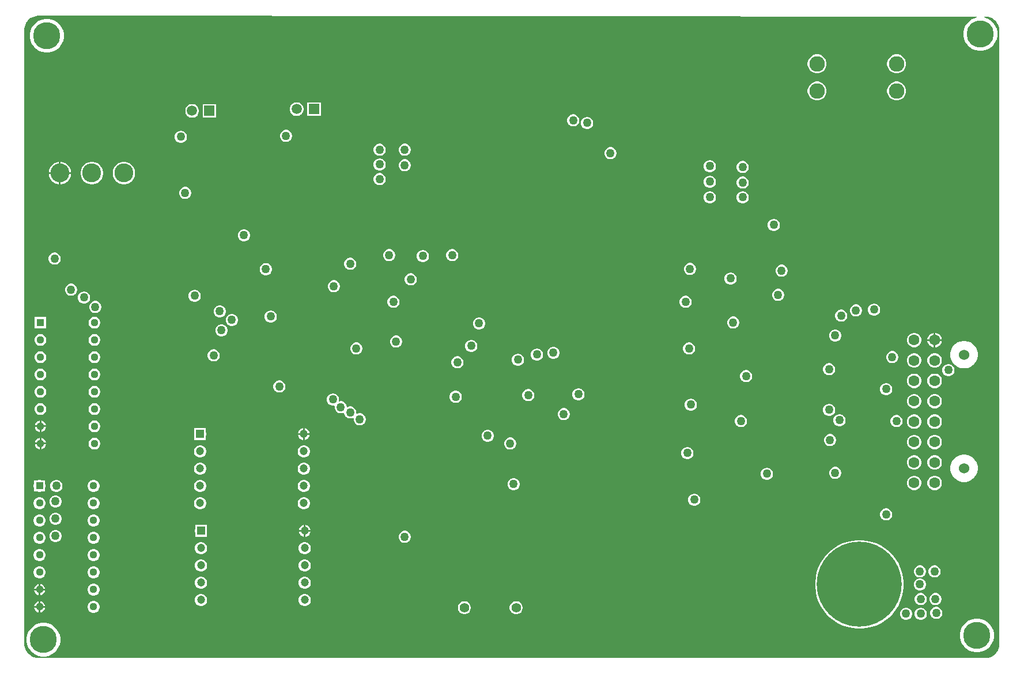
<source format=gbr>
G04*
G04 #@! TF.GenerationSoftware,Altium Limited,Altium Designer,22.4.2 (48)*
G04*
G04 Layer_Physical_Order=2*
G04 Layer_Color=36540*
%FSLAX25Y25*%
%MOIN*%
G70*
G04*
G04 #@! TF.SameCoordinates,D9C1796D-00DA-4533-86C4-8477C41658A7*
G04*
G04*
G04 #@! TF.FilePolarity,Positive*
G04*
G01*
G75*
%ADD17C,0.01000*%
%ADD115R,0.05906X0.05906*%
%ADD116C,0.05906*%
%ADD117C,0.10925*%
%ADD118C,0.09000*%
%ADD119C,0.15630*%
%ADD120C,0.49213*%
%ADD121C,0.04449*%
%ADD122R,0.04449X0.04449*%
%ADD123C,0.06319*%
%ADD124C,0.06004*%
%ADD125C,0.04724*%
%ADD126R,0.04724X0.04724*%
%ADD127C,0.05512*%
%ADD128C,0.05000*%
%ADD129C,0.02400*%
G36*
X655735Y495034D02*
X655784Y494534D01*
X655146Y494408D01*
X653366Y493670D01*
X651763Y492599D01*
X650401Y491237D01*
X649330Y489634D01*
X648593Y487854D01*
X648216Y485964D01*
Y484036D01*
X648593Y482146D01*
X649330Y480366D01*
X650401Y478763D01*
X651763Y477401D01*
X653366Y476330D01*
X655146Y475593D01*
X657036Y475216D01*
X658964D01*
X660854Y475593D01*
X662634Y476330D01*
X664237Y477401D01*
X665599Y478763D01*
X666670Y480366D01*
X667408Y482146D01*
X667783Y484036D01*
Y485964D01*
X667408Y487854D01*
X666670Y489634D01*
X665599Y491237D01*
X664237Y492599D01*
X662634Y493670D01*
X660854Y494408D01*
X660239Y494530D01*
X660288Y495030D01*
X660996Y495029D01*
X660998Y495029D01*
X661000Y495029D01*
X661526D01*
X662570Y494892D01*
X663586Y494619D01*
X664559Y494216D01*
X665470Y493690D01*
X666305Y493049D01*
X667050Y492305D01*
X667690Y491470D01*
X668217Y490559D01*
X668619Y489586D01*
X668892Y488570D01*
X669029Y487526D01*
X669029Y487000D01*
X669029Y132000D01*
Y131474D01*
X668892Y130430D01*
X668619Y129414D01*
X668217Y128441D01*
X667690Y127530D01*
X667050Y126695D01*
X666305Y125951D01*
X665470Y125310D01*
X664559Y124784D01*
X663587Y124381D01*
X662570Y124108D01*
X661526Y123971D01*
X661000Y123971D01*
X113500Y123981D01*
X113417Y123970D01*
X113334Y123978D01*
X112794Y123955D01*
X111719Y124055D01*
X110666Y124299D01*
X109655Y124681D01*
X108705Y125195D01*
X107832Y125832D01*
X107052Y126580D01*
X106380Y127425D01*
X105826Y128353D01*
X105403Y129347D01*
X105116Y130389D01*
X104971Y131460D01*
X104971Y132000D01*
X104971Y487500D01*
Y488026D01*
X105108Y489070D01*
X105381Y490086D01*
X105783Y491059D01*
X106310Y491970D01*
X106950Y492805D01*
X107695Y493549D01*
X108530Y494190D01*
X109441Y494717D01*
X110414Y495119D01*
X111430Y495392D01*
X112474Y495529D01*
X113000D01*
X113381Y495579D01*
X655735Y495034D01*
D02*
G37*
%LPC*%
G36*
X118964Y493784D02*
X117036D01*
X115146Y493407D01*
X113366Y492670D01*
X111763Y491599D01*
X110401Y490237D01*
X109330Y488634D01*
X108592Y486854D01*
X108217Y484964D01*
Y483036D01*
X108592Y481146D01*
X109330Y479366D01*
X110401Y477763D01*
X111763Y476401D01*
X113366Y475330D01*
X115146Y474592D01*
X117036Y474217D01*
X118964D01*
X120854Y474592D01*
X122634Y475330D01*
X124237Y476401D01*
X125599Y477763D01*
X126670Y479366D01*
X127408Y481146D01*
X127784Y483036D01*
Y484964D01*
X127408Y486854D01*
X126670Y488634D01*
X125599Y490237D01*
X124237Y491599D01*
X122634Y492670D01*
X120854Y493407D01*
X118964Y493784D01*
D02*
G37*
G36*
X610224Y473248D02*
X608776D01*
X607377Y472873D01*
X606123Y472149D01*
X605099Y471125D01*
X604375Y469871D01*
X604000Y468472D01*
Y467024D01*
X604375Y465625D01*
X605099Y464371D01*
X606123Y463347D01*
X607377Y462623D01*
X608776Y462248D01*
X610224D01*
X611623Y462623D01*
X612877Y463347D01*
X613901Y464371D01*
X614625Y465625D01*
X615000Y467024D01*
Y468472D01*
X614625Y469871D01*
X613901Y471125D01*
X612877Y472149D01*
X611623Y472873D01*
X610224Y473248D01*
D02*
G37*
G36*
X564224D02*
X562776D01*
X561377Y472873D01*
X560123Y472149D01*
X559099Y471125D01*
X558375Y469871D01*
X558000Y468472D01*
Y467024D01*
X558375Y465625D01*
X559099Y464371D01*
X560123Y463347D01*
X561377Y462623D01*
X562776Y462248D01*
X564224D01*
X565623Y462623D01*
X566877Y463347D01*
X567901Y464371D01*
X568625Y465625D01*
X569000Y467024D01*
Y468472D01*
X568625Y469871D01*
X567901Y471125D01*
X566877Y472149D01*
X565623Y472873D01*
X564224Y473248D01*
D02*
G37*
G36*
X610224Y457500D02*
X608776D01*
X607377Y457125D01*
X606123Y456401D01*
X605099Y455377D01*
X604375Y454123D01*
X604000Y452724D01*
Y451276D01*
X604375Y449877D01*
X605099Y448623D01*
X606123Y447599D01*
X607377Y446875D01*
X608776Y446500D01*
X610224D01*
X611623Y446875D01*
X612877Y447599D01*
X613901Y448623D01*
X614625Y449877D01*
X615000Y451276D01*
Y452724D01*
X614625Y454123D01*
X613901Y455377D01*
X612877Y456401D01*
X611623Y457125D01*
X610224Y457500D01*
D02*
G37*
G36*
X564224D02*
X562776D01*
X561377Y457125D01*
X560123Y456401D01*
X559099Y455377D01*
X558375Y454123D01*
X558000Y452724D01*
Y451276D01*
X558375Y449877D01*
X559099Y448623D01*
X560123Y447599D01*
X561377Y446875D01*
X562776Y446500D01*
X564224D01*
X565623Y446875D01*
X566877Y447599D01*
X567901Y448623D01*
X568625Y449877D01*
X569000Y451276D01*
Y452724D01*
X568625Y454123D01*
X567901Y455377D01*
X566877Y456401D01*
X565623Y457125D01*
X564224Y457500D01*
D02*
G37*
G36*
X276453Y445453D02*
X268547D01*
Y437547D01*
X276453D01*
Y445453D01*
D02*
G37*
G36*
X263020D02*
X261980D01*
X260974Y445183D01*
X260073Y444663D01*
X259337Y443927D01*
X258817Y443026D01*
X258547Y442020D01*
Y440980D01*
X258817Y439974D01*
X259337Y439073D01*
X260073Y438337D01*
X260974Y437817D01*
X261980Y437547D01*
X263020D01*
X264026Y437817D01*
X264927Y438337D01*
X265663Y439073D01*
X266183Y439974D01*
X266453Y440980D01*
Y442020D01*
X266183Y443026D01*
X265663Y443927D01*
X264927Y444663D01*
X264026Y445183D01*
X263020Y445453D01*
D02*
G37*
G36*
X215953Y444453D02*
X208047D01*
Y436547D01*
X215953D01*
Y444453D01*
D02*
G37*
G36*
X202520D02*
X201480D01*
X200474Y444183D01*
X199573Y443663D01*
X198837Y442927D01*
X198317Y442026D01*
X198047Y441020D01*
Y439980D01*
X198317Y438974D01*
X198837Y438073D01*
X199573Y437337D01*
X200474Y436817D01*
X201480Y436547D01*
X202520D01*
X203526Y436817D01*
X204427Y437337D01*
X205163Y438073D01*
X205683Y438974D01*
X205953Y439980D01*
Y441020D01*
X205683Y442026D01*
X205163Y442927D01*
X204427Y443663D01*
X203526Y444183D01*
X202520Y444453D01*
D02*
G37*
G36*
X422961Y438500D02*
X422039D01*
X421149Y438262D01*
X420351Y437801D01*
X419699Y437149D01*
X419239Y436351D01*
X419000Y435461D01*
Y434539D01*
X419239Y433649D01*
X419699Y432851D01*
X420351Y432199D01*
X421149Y431739D01*
X422039Y431500D01*
X422961D01*
X423851Y431739D01*
X424649Y432199D01*
X425301Y432851D01*
X425762Y433649D01*
X426000Y434539D01*
Y435461D01*
X425762Y436351D01*
X425301Y437149D01*
X424649Y437801D01*
X423851Y438262D01*
X422961Y438500D01*
D02*
G37*
G36*
X430961Y437000D02*
X430039D01*
X429149Y436762D01*
X428351Y436301D01*
X427699Y435649D01*
X427239Y434851D01*
X427000Y433961D01*
Y433039D01*
X427239Y432149D01*
X427699Y431351D01*
X428351Y430699D01*
X429149Y430238D01*
X430039Y430000D01*
X430961D01*
X431851Y430238D01*
X432649Y430699D01*
X433301Y431351D01*
X433762Y432149D01*
X434000Y433039D01*
Y433961D01*
X433762Y434851D01*
X433301Y435649D01*
X432649Y436301D01*
X431851Y436762D01*
X430961Y437000D01*
D02*
G37*
G36*
X256772Y429500D02*
X255850D01*
X254960Y429261D01*
X254162Y428801D01*
X253510Y428149D01*
X253049Y427351D01*
X252811Y426461D01*
Y425539D01*
X253049Y424649D01*
X253510Y423851D01*
X254162Y423199D01*
X254960Y422739D01*
X255850Y422500D01*
X256772D01*
X257662Y422739D01*
X258460Y423199D01*
X259112Y423851D01*
X259573Y424649D01*
X259811Y425539D01*
Y426461D01*
X259573Y427351D01*
X259112Y428149D01*
X258460Y428801D01*
X257662Y429261D01*
X256772Y429500D01*
D02*
G37*
G36*
X195961Y429000D02*
X195039D01*
X194149Y428761D01*
X193351Y428301D01*
X192699Y427649D01*
X192238Y426851D01*
X192000Y425961D01*
Y425039D01*
X192238Y424149D01*
X192699Y423351D01*
X193351Y422699D01*
X194149Y422238D01*
X195039Y422000D01*
X195961D01*
X196851Y422238D01*
X197649Y422699D01*
X198301Y423351D01*
X198761Y424149D01*
X199000Y425039D01*
Y425961D01*
X198761Y426851D01*
X198301Y427649D01*
X197649Y428301D01*
X196851Y428761D01*
X195961Y429000D01*
D02*
G37*
G36*
X325461Y421500D02*
X324539D01*
X323649Y421262D01*
X322851Y420801D01*
X322199Y420149D01*
X321739Y419351D01*
X321500Y418461D01*
Y417539D01*
X321739Y416649D01*
X322199Y415851D01*
X322851Y415199D01*
X323649Y414739D01*
X324539Y414500D01*
X325461D01*
X326351Y414739D01*
X327149Y415199D01*
X327801Y415851D01*
X328261Y416649D01*
X328500Y417539D01*
Y418461D01*
X328261Y419351D01*
X327801Y420149D01*
X327149Y420801D01*
X326351Y421262D01*
X325461Y421500D01*
D02*
G37*
G36*
X310961D02*
X310039D01*
X309149Y421262D01*
X308351Y420801D01*
X307699Y420149D01*
X307239Y419351D01*
X307000Y418461D01*
Y417539D01*
X307239Y416649D01*
X307699Y415851D01*
X308351Y415199D01*
X309149Y414739D01*
X310039Y414500D01*
X310961D01*
X311851Y414739D01*
X312649Y415199D01*
X313301Y415851D01*
X313761Y416649D01*
X314000Y417539D01*
Y418461D01*
X313761Y419351D01*
X313301Y420149D01*
X312649Y420801D01*
X311851Y421262D01*
X310961Y421500D01*
D02*
G37*
G36*
X444461Y419500D02*
X443539D01*
X442649Y419262D01*
X441851Y418801D01*
X441199Y418149D01*
X440738Y417351D01*
X440500Y416461D01*
Y415539D01*
X440738Y414649D01*
X441199Y413851D01*
X441851Y413199D01*
X442649Y412739D01*
X443539Y412500D01*
X444461D01*
X445351Y412739D01*
X446149Y413199D01*
X446801Y413851D01*
X447261Y414649D01*
X447500Y415539D01*
Y416461D01*
X447261Y417351D01*
X446801Y418149D01*
X446149Y418801D01*
X445351Y419262D01*
X444461Y419500D01*
D02*
G37*
G36*
X310961Y413000D02*
X310039D01*
X309149Y412761D01*
X308351Y412301D01*
X307699Y411649D01*
X307239Y410851D01*
X307000Y409961D01*
Y409039D01*
X307239Y408149D01*
X307699Y407351D01*
X308351Y406699D01*
X309149Y406239D01*
X310039Y406000D01*
X310961D01*
X311851Y406239D01*
X312649Y406699D01*
X313301Y407351D01*
X313761Y408149D01*
X314000Y409039D01*
Y409961D01*
X313761Y410851D01*
X313301Y411649D01*
X312649Y412301D01*
X311851Y412761D01*
X310961Y413000D01*
D02*
G37*
G36*
X325461Y412500D02*
X324539D01*
X323649Y412261D01*
X322851Y411801D01*
X322199Y411149D01*
X321739Y410351D01*
X321500Y409461D01*
Y408539D01*
X321739Y407649D01*
X322199Y406851D01*
X322851Y406199D01*
X323649Y405738D01*
X324539Y405500D01*
X325461D01*
X326351Y405738D01*
X327149Y406199D01*
X327801Y406851D01*
X328261Y407649D01*
X328500Y408539D01*
Y409461D01*
X328261Y410351D01*
X327801Y411149D01*
X327149Y411801D01*
X326351Y412261D01*
X325461Y412500D01*
D02*
G37*
G36*
X501961Y412000D02*
X501039D01*
X500149Y411762D01*
X499351Y411301D01*
X498699Y410649D01*
X498239Y409851D01*
X498000Y408961D01*
Y408039D01*
X498239Y407149D01*
X498699Y406351D01*
X499351Y405699D01*
X500149Y405238D01*
X501039Y405000D01*
X501961D01*
X502851Y405238D01*
X503649Y405699D01*
X504301Y406351D01*
X504762Y407149D01*
X505000Y408039D01*
Y408961D01*
X504762Y409851D01*
X504301Y410649D01*
X503649Y411301D01*
X502851Y411762D01*
X501961Y412000D01*
D02*
G37*
G36*
X126137Y410963D02*
X126000D01*
Y405000D01*
X131963D01*
Y405136D01*
X131714Y406385D01*
X131227Y407561D01*
X130520Y408620D01*
X129620Y409520D01*
X128561Y410227D01*
X127385Y410714D01*
X126137Y410963D01*
D02*
G37*
G36*
X125000D02*
X124864D01*
X123615Y410714D01*
X122439Y410227D01*
X121380Y409520D01*
X120480Y408620D01*
X119773Y407561D01*
X119286Y406385D01*
X119037Y405136D01*
Y405000D01*
X125000D01*
Y410963D01*
D02*
G37*
G36*
X520961Y411500D02*
X520039D01*
X519149Y411262D01*
X518351Y410801D01*
X517699Y410149D01*
X517239Y409351D01*
X517000Y408461D01*
Y407539D01*
X517239Y406649D01*
X517699Y405851D01*
X518351Y405199D01*
X519149Y404739D01*
X520039Y404500D01*
X520961D01*
X521851Y404739D01*
X522649Y405199D01*
X523301Y405851D01*
X523762Y406649D01*
X524000Y407539D01*
Y408461D01*
X523762Y409351D01*
X523301Y410149D01*
X522649Y410801D01*
X521851Y411262D01*
X520961Y411500D01*
D02*
G37*
G36*
X163144Y410963D02*
X161871D01*
X160623Y410714D01*
X159447Y410227D01*
X158388Y409520D01*
X157488Y408620D01*
X156781Y407561D01*
X156294Y406385D01*
X156045Y405136D01*
Y403863D01*
X156294Y402615D01*
X156781Y401439D01*
X157488Y400380D01*
X158388Y399480D01*
X159447Y398773D01*
X160623Y398286D01*
X161871Y398037D01*
X163144D01*
X164393Y398286D01*
X165569Y398773D01*
X166628Y399480D01*
X167528Y400380D01*
X168235Y401439D01*
X168722Y402615D01*
X168970Y403863D01*
Y405136D01*
X168722Y406385D01*
X168235Y407561D01*
X167528Y408620D01*
X166628Y409520D01*
X165569Y410227D01*
X164393Y410714D01*
X163144Y410963D01*
D02*
G37*
G36*
X144641D02*
X143368D01*
X142119Y410714D01*
X140943Y410227D01*
X139884Y409520D01*
X138984Y408620D01*
X138277Y407561D01*
X137790Y406385D01*
X137541Y405136D01*
Y403863D01*
X137790Y402615D01*
X138277Y401439D01*
X138984Y400380D01*
X139884Y399480D01*
X140943Y398773D01*
X142119Y398286D01*
X143368Y398037D01*
X144641D01*
X145889Y398286D01*
X147065Y398773D01*
X148124Y399480D01*
X149024Y400380D01*
X149731Y401439D01*
X150218Y402615D01*
X150467Y403863D01*
Y405136D01*
X150218Y406385D01*
X149731Y407561D01*
X149024Y408620D01*
X148124Y409520D01*
X147065Y410227D01*
X145889Y410714D01*
X144641Y410963D01*
D02*
G37*
G36*
X131963Y404000D02*
X126000D01*
Y398037D01*
X126137D01*
X127385Y398286D01*
X128561Y398773D01*
X129620Y399480D01*
X130520Y400380D01*
X131227Y401439D01*
X131714Y402615D01*
X131963Y403863D01*
Y404000D01*
D02*
G37*
G36*
X125000D02*
X119037D01*
Y403863D01*
X119286Y402615D01*
X119773Y401439D01*
X120480Y400380D01*
X121380Y399480D01*
X122439Y398773D01*
X123615Y398286D01*
X124864Y398037D01*
X125000D01*
Y404000D01*
D02*
G37*
G36*
X310961Y404500D02*
X310039D01*
X309149Y404261D01*
X308351Y403801D01*
X307699Y403149D01*
X307239Y402351D01*
X307000Y401461D01*
Y400539D01*
X307239Y399649D01*
X307699Y398851D01*
X308351Y398199D01*
X309149Y397739D01*
X310039Y397500D01*
X310961D01*
X311851Y397739D01*
X312649Y398199D01*
X313301Y398851D01*
X313761Y399649D01*
X314000Y400539D01*
Y401461D01*
X313761Y402351D01*
X313301Y403149D01*
X312649Y403801D01*
X311851Y404261D01*
X310961Y404500D01*
D02*
G37*
G36*
X501961Y403000D02*
X501039D01*
X500149Y402762D01*
X499351Y402301D01*
X498699Y401649D01*
X498239Y400851D01*
X498000Y399961D01*
Y399039D01*
X498239Y398149D01*
X498699Y397351D01*
X499351Y396699D01*
X500149Y396238D01*
X501039Y396000D01*
X501961D01*
X502851Y396238D01*
X503649Y396699D01*
X504301Y397351D01*
X504762Y398149D01*
X505000Y399039D01*
Y399961D01*
X504762Y400851D01*
X504301Y401649D01*
X503649Y402301D01*
X502851Y402762D01*
X501961Y403000D01*
D02*
G37*
G36*
X520961Y402500D02*
X520039D01*
X519149Y402261D01*
X518351Y401801D01*
X517699Y401149D01*
X517239Y400351D01*
X517000Y399461D01*
Y398539D01*
X517239Y397649D01*
X517699Y396851D01*
X518351Y396199D01*
X519149Y395739D01*
X520039Y395500D01*
X520961D01*
X521851Y395739D01*
X522649Y396199D01*
X523301Y396851D01*
X523762Y397649D01*
X524000Y398539D01*
Y399461D01*
X523762Y400351D01*
X523301Y401149D01*
X522649Y401801D01*
X521851Y402261D01*
X520961Y402500D01*
D02*
G37*
G36*
X198461Y396500D02*
X197539D01*
X196649Y396262D01*
X195851Y395801D01*
X195199Y395149D01*
X194738Y394351D01*
X194500Y393461D01*
Y392539D01*
X194738Y391649D01*
X195199Y390851D01*
X195851Y390199D01*
X196649Y389738D01*
X197539Y389500D01*
X198461D01*
X199351Y389738D01*
X200149Y390199D01*
X200801Y390851D01*
X201261Y391649D01*
X201500Y392539D01*
Y393461D01*
X201261Y394351D01*
X200801Y395149D01*
X200149Y395801D01*
X199351Y396262D01*
X198461Y396500D01*
D02*
G37*
G36*
X520961Y394000D02*
X520039D01*
X519149Y393761D01*
X518351Y393301D01*
X517699Y392649D01*
X517239Y391851D01*
X517000Y390961D01*
Y390039D01*
X517239Y389149D01*
X517699Y388351D01*
X518351Y387699D01*
X519149Y387239D01*
X520039Y387000D01*
X520961D01*
X521851Y387239D01*
X522649Y387699D01*
X523301Y388351D01*
X523762Y389149D01*
X524000Y390039D01*
Y390961D01*
X523762Y391851D01*
X523301Y392649D01*
X522649Y393301D01*
X521851Y393761D01*
X520961Y394000D01*
D02*
G37*
G36*
X501961D02*
X501039D01*
X500149Y393761D01*
X499351Y393301D01*
X498699Y392649D01*
X498239Y391851D01*
X498000Y390961D01*
Y390039D01*
X498239Y389149D01*
X498699Y388351D01*
X499351Y387699D01*
X500149Y387239D01*
X501039Y387000D01*
X501961D01*
X502851Y387239D01*
X503649Y387699D01*
X504301Y388351D01*
X504762Y389149D01*
X505000Y390039D01*
Y390961D01*
X504762Y391851D01*
X504301Y392649D01*
X503649Y393301D01*
X502851Y393761D01*
X501961Y394000D01*
D02*
G37*
G36*
X538961Y378000D02*
X538039D01*
X537149Y377762D01*
X536351Y377301D01*
X535699Y376649D01*
X535239Y375851D01*
X535000Y374961D01*
Y374039D01*
X535239Y373149D01*
X535699Y372351D01*
X536351Y371699D01*
X537149Y371238D01*
X538039Y371000D01*
X538961D01*
X539851Y371238D01*
X540649Y371699D01*
X541301Y372351D01*
X541761Y373149D01*
X542000Y374039D01*
Y374961D01*
X541761Y375851D01*
X541301Y376649D01*
X540649Y377301D01*
X539851Y377762D01*
X538961Y378000D01*
D02*
G37*
G36*
X232461Y372000D02*
X231539D01*
X230649Y371761D01*
X229851Y371301D01*
X229199Y370649D01*
X228738Y369851D01*
X228500Y368961D01*
Y368039D01*
X228738Y367149D01*
X229199Y366351D01*
X229851Y365699D01*
X230649Y365238D01*
X231539Y365000D01*
X232461D01*
X233351Y365238D01*
X234149Y365699D01*
X234801Y366351D01*
X235262Y367149D01*
X235500Y368039D01*
Y368961D01*
X235262Y369851D01*
X234801Y370649D01*
X234149Y371301D01*
X233351Y371761D01*
X232461Y372000D01*
D02*
G37*
G36*
X352961Y360500D02*
X352039D01*
X351149Y360262D01*
X350351Y359801D01*
X349699Y359149D01*
X349238Y358351D01*
X349000Y357461D01*
Y356539D01*
X349238Y355649D01*
X349699Y354851D01*
X350351Y354199D01*
X351149Y353738D01*
X352039Y353500D01*
X352961D01*
X353851Y353738D01*
X354649Y354199D01*
X355301Y354851D01*
X355762Y355649D01*
X356000Y356539D01*
Y357461D01*
X355762Y358351D01*
X355301Y359149D01*
X354649Y359801D01*
X353851Y360262D01*
X352961Y360500D01*
D02*
G37*
G36*
X316461D02*
X315539D01*
X314649Y360262D01*
X313851Y359801D01*
X313199Y359149D01*
X312738Y358351D01*
X312500Y357461D01*
Y356539D01*
X312738Y355649D01*
X313199Y354851D01*
X313851Y354199D01*
X314649Y353738D01*
X315539Y353500D01*
X316461D01*
X317351Y353738D01*
X318149Y354199D01*
X318801Y354851D01*
X319262Y355649D01*
X319500Y356539D01*
Y357461D01*
X319262Y358351D01*
X318801Y359149D01*
X318149Y359801D01*
X317351Y360262D01*
X316461Y360500D01*
D02*
G37*
G36*
X335961Y360000D02*
X335039D01*
X334149Y359762D01*
X333351Y359301D01*
X332699Y358649D01*
X332239Y357851D01*
X332000Y356961D01*
Y356039D01*
X332239Y355149D01*
X332699Y354351D01*
X333351Y353699D01*
X334149Y353239D01*
X335039Y353000D01*
X335961D01*
X336851Y353239D01*
X337649Y353699D01*
X338301Y354351D01*
X338761Y355149D01*
X339000Y356039D01*
Y356961D01*
X338761Y357851D01*
X338301Y358649D01*
X337649Y359301D01*
X336851Y359762D01*
X335961Y360000D01*
D02*
G37*
G36*
X122961Y358500D02*
X122039D01*
X121149Y358261D01*
X120351Y357801D01*
X119699Y357149D01*
X119238Y356351D01*
X119000Y355461D01*
Y354539D01*
X119238Y353649D01*
X119699Y352851D01*
X120351Y352199D01*
X121149Y351739D01*
X122039Y351500D01*
X122961D01*
X123851Y351739D01*
X124649Y352199D01*
X125301Y352851D01*
X125761Y353649D01*
X126000Y354539D01*
Y355461D01*
X125761Y356351D01*
X125301Y357149D01*
X124649Y357801D01*
X123851Y358261D01*
X122961Y358500D01*
D02*
G37*
G36*
X293961Y355500D02*
X293039D01*
X292149Y355261D01*
X291351Y354801D01*
X290699Y354149D01*
X290238Y353351D01*
X290000Y352461D01*
Y351539D01*
X290238Y350649D01*
X290699Y349851D01*
X291351Y349199D01*
X292149Y348739D01*
X293039Y348500D01*
X293961D01*
X294851Y348739D01*
X295649Y349199D01*
X296301Y349851D01*
X296761Y350649D01*
X297000Y351539D01*
Y352461D01*
X296761Y353351D01*
X296301Y354149D01*
X295649Y354801D01*
X294851Y355261D01*
X293961Y355500D01*
D02*
G37*
G36*
X490461Y352500D02*
X489539D01*
X488649Y352261D01*
X487851Y351801D01*
X487199Y351149D01*
X486738Y350351D01*
X486500Y349461D01*
Y348539D01*
X486738Y347649D01*
X487199Y346851D01*
X487851Y346199D01*
X488649Y345739D01*
X489539Y345500D01*
X490461D01*
X491351Y345739D01*
X492149Y346199D01*
X492801Y346851D01*
X493261Y347649D01*
X493500Y348539D01*
Y349461D01*
X493261Y350351D01*
X492801Y351149D01*
X492149Y351801D01*
X491351Y352261D01*
X490461Y352500D01*
D02*
G37*
G36*
X245035Y352426D02*
X244113D01*
X243223Y352187D01*
X242425Y351727D01*
X241773Y351075D01*
X241313Y350277D01*
X241074Y349387D01*
Y348465D01*
X241313Y347575D01*
X241773Y346777D01*
X242425Y346125D01*
X243223Y345665D01*
X244113Y345426D01*
X245035D01*
X245925Y345665D01*
X246723Y346125D01*
X247375Y346777D01*
X247835Y347575D01*
X248074Y348465D01*
Y349387D01*
X247835Y350277D01*
X247375Y351075D01*
X246723Y351727D01*
X245925Y352187D01*
X245035Y352426D01*
D02*
G37*
G36*
X543461Y351500D02*
X542539D01*
X541649Y351261D01*
X540851Y350801D01*
X540199Y350149D01*
X539739Y349351D01*
X539500Y348461D01*
Y347539D01*
X539739Y346649D01*
X540199Y345851D01*
X540851Y345199D01*
X541649Y344739D01*
X542539Y344500D01*
X543461D01*
X544351Y344739D01*
X545149Y345199D01*
X545801Y345851D01*
X546262Y346649D01*
X546500Y347539D01*
Y348461D01*
X546262Y349351D01*
X545801Y350149D01*
X545149Y350801D01*
X544351Y351261D01*
X543461Y351500D01*
D02*
G37*
G36*
X513961Y347000D02*
X513039D01*
X512149Y346761D01*
X511351Y346301D01*
X510699Y345649D01*
X510239Y344851D01*
X510000Y343961D01*
Y343039D01*
X510239Y342149D01*
X510699Y341351D01*
X511351Y340699D01*
X512149Y340238D01*
X513039Y340000D01*
X513961D01*
X514851Y340238D01*
X515649Y340699D01*
X516301Y341351D01*
X516761Y342149D01*
X517000Y343039D01*
Y343961D01*
X516761Y344851D01*
X516301Y345649D01*
X515649Y346301D01*
X514851Y346761D01*
X513961Y347000D01*
D02*
G37*
G36*
X328961Y346500D02*
X328039D01*
X327149Y346262D01*
X326351Y345801D01*
X325699Y345149D01*
X325238Y344351D01*
X325000Y343461D01*
Y342539D01*
X325238Y341649D01*
X325699Y340851D01*
X326351Y340199D01*
X327149Y339738D01*
X328039Y339500D01*
X328961D01*
X329851Y339738D01*
X330649Y340199D01*
X331301Y340851D01*
X331762Y341649D01*
X332000Y342539D01*
Y343461D01*
X331762Y344351D01*
X331301Y345149D01*
X330649Y345801D01*
X329851Y346262D01*
X328961Y346500D01*
D02*
G37*
G36*
X284461Y342500D02*
X283539D01*
X282649Y342262D01*
X281851Y341801D01*
X281199Y341149D01*
X280738Y340351D01*
X280500Y339461D01*
Y338539D01*
X280738Y337649D01*
X281199Y336851D01*
X281851Y336199D01*
X282649Y335738D01*
X283539Y335500D01*
X284461D01*
X285351Y335738D01*
X286149Y336199D01*
X286801Y336851D01*
X287262Y337649D01*
X287500Y338539D01*
Y339461D01*
X287262Y340351D01*
X286801Y341149D01*
X286149Y341801D01*
X285351Y342262D01*
X284461Y342500D01*
D02*
G37*
G36*
X132461Y340500D02*
X131539D01*
X130649Y340262D01*
X129851Y339801D01*
X129199Y339149D01*
X128738Y338351D01*
X128500Y337461D01*
Y336539D01*
X128738Y335649D01*
X129199Y334851D01*
X129851Y334199D01*
X130649Y333738D01*
X131539Y333500D01*
X132461D01*
X133351Y333738D01*
X134149Y334199D01*
X134801Y334851D01*
X135261Y335649D01*
X135500Y336539D01*
Y337461D01*
X135261Y338351D01*
X134801Y339149D01*
X134149Y339801D01*
X133351Y340262D01*
X132461Y340500D01*
D02*
G37*
G36*
X541461Y337500D02*
X540539D01*
X539649Y337262D01*
X538851Y336801D01*
X538199Y336149D01*
X537739Y335351D01*
X537500Y334461D01*
Y333539D01*
X537739Y332649D01*
X538199Y331851D01*
X538851Y331199D01*
X539649Y330738D01*
X540539Y330500D01*
X541461D01*
X542351Y330738D01*
X543149Y331199D01*
X543801Y331851D01*
X544262Y332649D01*
X544500Y333539D01*
Y334461D01*
X544262Y335351D01*
X543801Y336149D01*
X543149Y336801D01*
X542351Y337262D01*
X541461Y337500D01*
D02*
G37*
G36*
X203961Y337000D02*
X203039D01*
X202149Y336761D01*
X201351Y336301D01*
X200699Y335649D01*
X200238Y334851D01*
X200000Y333961D01*
Y333039D01*
X200238Y332149D01*
X200699Y331351D01*
X201351Y330699D01*
X202149Y330239D01*
X203039Y330000D01*
X203961D01*
X204851Y330239D01*
X205649Y330699D01*
X206301Y331351D01*
X206762Y332149D01*
X207000Y333039D01*
Y333961D01*
X206762Y334851D01*
X206301Y335649D01*
X205649Y336301D01*
X204851Y336761D01*
X203961Y337000D01*
D02*
G37*
G36*
X139961Y336000D02*
X139039D01*
X138149Y335761D01*
X137351Y335301D01*
X136699Y334649D01*
X136239Y333851D01*
X136000Y332961D01*
Y332039D01*
X136239Y331149D01*
X136699Y330351D01*
X137351Y329699D01*
X138149Y329239D01*
X139039Y329000D01*
X139961D01*
X140851Y329239D01*
X141649Y329699D01*
X142301Y330351D01*
X142762Y331149D01*
X143000Y332039D01*
Y332961D01*
X142762Y333851D01*
X142301Y334649D01*
X141649Y335301D01*
X140851Y335761D01*
X139961Y336000D01*
D02*
G37*
G36*
X487961Y333500D02*
X487039D01*
X486149Y333261D01*
X485351Y332801D01*
X484699Y332149D01*
X484238Y331351D01*
X484000Y330461D01*
Y329539D01*
X484238Y328649D01*
X484699Y327851D01*
X485351Y327199D01*
X486149Y326739D01*
X487039Y326500D01*
X487961D01*
X488851Y326739D01*
X489649Y327199D01*
X490301Y327851D01*
X490762Y328649D01*
X491000Y329539D01*
Y330461D01*
X490762Y331351D01*
X490301Y332149D01*
X489649Y332801D01*
X488851Y333261D01*
X487961Y333500D01*
D02*
G37*
G36*
X318961D02*
X318039D01*
X317149Y333261D01*
X316351Y332801D01*
X315699Y332149D01*
X315238Y331351D01*
X315000Y330461D01*
Y329539D01*
X315238Y328649D01*
X315699Y327851D01*
X316351Y327199D01*
X317149Y326739D01*
X318039Y326500D01*
X318961D01*
X319851Y326739D01*
X320649Y327199D01*
X321301Y327851D01*
X321761Y328649D01*
X322000Y329539D01*
Y330461D01*
X321761Y331351D01*
X321301Y332149D01*
X320649Y332801D01*
X319851Y333261D01*
X318961Y333500D01*
D02*
G37*
G36*
X146461Y330500D02*
X145539D01*
X144649Y330261D01*
X143851Y329801D01*
X143199Y329149D01*
X142738Y328351D01*
X142500Y327461D01*
Y326539D01*
X142738Y325649D01*
X143199Y324851D01*
X143851Y324199D01*
X144649Y323739D01*
X145539Y323500D01*
X146461D01*
X147351Y323739D01*
X148149Y324199D01*
X148801Y324851D01*
X149261Y325649D01*
X149500Y326539D01*
Y327461D01*
X149261Y328351D01*
X148801Y329149D01*
X148149Y329801D01*
X147351Y330261D01*
X146461Y330500D01*
D02*
G37*
G36*
X596961Y329000D02*
X596039D01*
X595149Y328762D01*
X594351Y328301D01*
X593699Y327649D01*
X593238Y326851D01*
X593000Y325961D01*
Y325039D01*
X593238Y324149D01*
X593699Y323351D01*
X594351Y322699D01*
X595149Y322238D01*
X596039Y322000D01*
X596961D01*
X597851Y322238D01*
X598649Y322699D01*
X599301Y323351D01*
X599761Y324149D01*
X600000Y325039D01*
Y325961D01*
X599761Y326851D01*
X599301Y327649D01*
X598649Y328301D01*
X597851Y328762D01*
X596961Y329000D01*
D02*
G37*
G36*
X586461Y328500D02*
X585539D01*
X584649Y328261D01*
X583851Y327801D01*
X583199Y327149D01*
X582738Y326351D01*
X582500Y325461D01*
Y324539D01*
X582738Y323649D01*
X583199Y322851D01*
X583851Y322199D01*
X584649Y321739D01*
X585539Y321500D01*
X586461D01*
X587351Y321739D01*
X588149Y322199D01*
X588801Y322851D01*
X589261Y323649D01*
X589500Y324539D01*
Y325461D01*
X589261Y326351D01*
X588801Y327149D01*
X588149Y327801D01*
X587351Y328261D01*
X586461Y328500D01*
D02*
G37*
G36*
X218461Y328000D02*
X217539D01*
X216649Y327762D01*
X215851Y327301D01*
X215199Y326649D01*
X214738Y325851D01*
X214500Y324961D01*
Y324039D01*
X214738Y323149D01*
X215199Y322351D01*
X215851Y321699D01*
X216649Y321238D01*
X217539Y321000D01*
X218461D01*
X219351Y321238D01*
X220149Y321699D01*
X220801Y322351D01*
X221262Y323149D01*
X221500Y324039D01*
Y324961D01*
X221262Y325851D01*
X220801Y326649D01*
X220149Y327301D01*
X219351Y327762D01*
X218461Y328000D01*
D02*
G37*
G36*
X577961Y325500D02*
X577039D01*
X576149Y325261D01*
X575351Y324801D01*
X574699Y324149D01*
X574238Y323351D01*
X574000Y322461D01*
Y321539D01*
X574238Y320649D01*
X574699Y319851D01*
X575351Y319199D01*
X576149Y318739D01*
X577039Y318500D01*
X577961D01*
X578851Y318739D01*
X579649Y319199D01*
X580301Y319851D01*
X580761Y320649D01*
X581000Y321539D01*
Y322461D01*
X580761Y323351D01*
X580301Y324149D01*
X579649Y324801D01*
X578851Y325261D01*
X577961Y325500D01*
D02*
G37*
G36*
X247961Y325000D02*
X247039D01*
X246149Y324762D01*
X245351Y324301D01*
X244699Y323649D01*
X244238Y322851D01*
X244000Y321961D01*
Y321039D01*
X244238Y320149D01*
X244699Y319351D01*
X245351Y318699D01*
X246149Y318238D01*
X247039Y318000D01*
X247961D01*
X248851Y318238D01*
X249649Y318699D01*
X250301Y319351D01*
X250762Y320149D01*
X251000Y321039D01*
Y321961D01*
X250762Y322851D01*
X250301Y323649D01*
X249649Y324301D01*
X248851Y324762D01*
X247961Y325000D01*
D02*
G37*
G36*
X225461Y323000D02*
X224539D01*
X223649Y322762D01*
X222851Y322301D01*
X222199Y321649D01*
X221739Y320851D01*
X221500Y319961D01*
Y319039D01*
X221739Y318149D01*
X222199Y317351D01*
X222851Y316699D01*
X223649Y316238D01*
X224539Y316000D01*
X225461D01*
X226351Y316238D01*
X227149Y316699D01*
X227801Y317351D01*
X228261Y318149D01*
X228500Y319039D01*
Y319961D01*
X228261Y320851D01*
X227801Y321649D01*
X227149Y322301D01*
X226351Y322762D01*
X225461Y323000D01*
D02*
G37*
G36*
X145948Y321406D02*
X145052D01*
X144185Y321173D01*
X143409Y320725D01*
X142775Y320091D01*
X142327Y319315D01*
X142095Y318448D01*
Y317552D01*
X142327Y316686D01*
X142775Y315909D01*
X143409Y315275D01*
X144185Y314827D01*
X145052Y314595D01*
X145948D01*
X146815Y314827D01*
X147591Y315275D01*
X148225Y315909D01*
X148673Y316686D01*
X148906Y317552D01*
Y318448D01*
X148673Y319315D01*
X148225Y320091D01*
X147591Y320725D01*
X146815Y321173D01*
X145948Y321406D01*
D02*
G37*
G36*
X114688D02*
X113792D01*
X113116Y321224D01*
X111016D01*
Y319124D01*
X110835Y318448D01*
Y317552D01*
X111016Y316876D01*
Y314776D01*
X113116D01*
X113792Y314595D01*
X114688D01*
X115364Y314776D01*
X117464D01*
Y316876D01*
X117646Y317552D01*
Y318448D01*
X117464Y319124D01*
Y321224D01*
X115364D01*
X114688Y321406D01*
D02*
G37*
G36*
X515461Y321500D02*
X514539D01*
X513649Y321262D01*
X512851Y320801D01*
X512199Y320149D01*
X511738Y319351D01*
X511500Y318461D01*
Y317539D01*
X511738Y316649D01*
X512199Y315851D01*
X512851Y315199D01*
X513649Y314738D01*
X514539Y314500D01*
X515461D01*
X516351Y314738D01*
X517149Y315199D01*
X517801Y315851D01*
X518261Y316649D01*
X518500Y317539D01*
Y318461D01*
X518261Y319351D01*
X517801Y320149D01*
X517149Y320801D01*
X516351Y321262D01*
X515461Y321500D01*
D02*
G37*
G36*
X368461Y321000D02*
X367539D01*
X366649Y320761D01*
X365851Y320301D01*
X365199Y319649D01*
X364738Y318851D01*
X364500Y317961D01*
Y317039D01*
X364738Y316149D01*
X365199Y315351D01*
X365851Y314699D01*
X366649Y314239D01*
X367539Y314000D01*
X368461D01*
X369351Y314239D01*
X370149Y314699D01*
X370801Y315351D01*
X371262Y316149D01*
X371500Y317039D01*
Y317961D01*
X371262Y318851D01*
X370801Y319649D01*
X370149Y320301D01*
X369351Y320761D01*
X368461Y321000D01*
D02*
G37*
G36*
X219461Y317000D02*
X218539D01*
X217649Y316761D01*
X216851Y316301D01*
X216199Y315649D01*
X215739Y314851D01*
X215500Y313961D01*
Y313039D01*
X215739Y312149D01*
X216199Y311351D01*
X216851Y310699D01*
X217649Y310239D01*
X218539Y310000D01*
X219461D01*
X220351Y310239D01*
X221149Y310699D01*
X221801Y311351D01*
X222262Y312149D01*
X222500Y313039D01*
Y313961D01*
X222262Y314851D01*
X221801Y315649D01*
X221149Y316301D01*
X220351Y316761D01*
X219461Y317000D01*
D02*
G37*
G36*
X632048Y312092D02*
X632000D01*
Y308433D01*
X635660D01*
Y308481D01*
X635376Y309539D01*
X634828Y310487D01*
X634054Y311261D01*
X633106Y311809D01*
X632048Y312092D01*
D02*
G37*
G36*
X631000D02*
X630952D01*
X629894Y311809D01*
X628946Y311261D01*
X628172Y310487D01*
X627624Y309539D01*
X627341Y308481D01*
Y308433D01*
X631000D01*
Y312092D01*
D02*
G37*
G36*
X574461Y314000D02*
X573539D01*
X572649Y313761D01*
X571851Y313301D01*
X571199Y312649D01*
X570739Y311851D01*
X570500Y310961D01*
Y310039D01*
X570739Y309149D01*
X571199Y308351D01*
X571851Y307699D01*
X572649Y307239D01*
X573539Y307000D01*
X574461D01*
X575351Y307239D01*
X576149Y307699D01*
X576801Y308351D01*
X577261Y309149D01*
X577500Y310039D01*
Y310961D01*
X577261Y311851D01*
X576801Y312649D01*
X576149Y313301D01*
X575351Y313761D01*
X574461Y314000D01*
D02*
G37*
G36*
X145948Y311405D02*
X145052D01*
X144185Y311173D01*
X143409Y310725D01*
X142775Y310091D01*
X142327Y309314D01*
X142095Y308448D01*
Y307552D01*
X142327Y306685D01*
X142775Y305909D01*
X143409Y305275D01*
X144185Y304827D01*
X145052Y304594D01*
X145948D01*
X146815Y304827D01*
X147591Y305275D01*
X148225Y305909D01*
X148673Y306685D01*
X148906Y307552D01*
Y308448D01*
X148673Y309314D01*
X148225Y310091D01*
X147591Y310725D01*
X146815Y311173D01*
X145948Y311405D01*
D02*
G37*
G36*
X114688D02*
X113792D01*
X112926Y311173D01*
X112149Y310725D01*
X111515Y310091D01*
X111067Y309314D01*
X110835Y308448D01*
Y307552D01*
X111067Y306685D01*
X111515Y305909D01*
X112149Y305275D01*
X112926Y304827D01*
X113792Y304594D01*
X114688D01*
X115554Y304827D01*
X116331Y305275D01*
X116965Y305909D01*
X117413Y306685D01*
X117646Y307552D01*
Y308448D01*
X117413Y309314D01*
X116965Y310091D01*
X116331Y310725D01*
X115554Y311173D01*
X114688Y311405D01*
D02*
G37*
G36*
X635660Y307433D02*
X632000D01*
Y303773D01*
X632048D01*
X633106Y304057D01*
X634054Y304605D01*
X634828Y305379D01*
X635376Y306328D01*
X635660Y307385D01*
Y307433D01*
D02*
G37*
G36*
X631000D02*
X627341D01*
Y307385D01*
X627624Y306328D01*
X628172Y305379D01*
X628946Y304605D01*
X629894Y304057D01*
X630952Y303773D01*
X631000D01*
Y307433D01*
D02*
G37*
G36*
X620237Y312092D02*
X619141D01*
X618083Y311809D01*
X617135Y311261D01*
X616361Y310487D01*
X615813Y309539D01*
X615530Y308481D01*
Y307385D01*
X615813Y306328D01*
X616361Y305379D01*
X617135Y304605D01*
X618083Y304057D01*
X619141Y303773D01*
X620237D01*
X621294Y304057D01*
X622243Y304605D01*
X623017Y305379D01*
X623565Y306328D01*
X623848Y307385D01*
Y308481D01*
X623565Y309539D01*
X623017Y310487D01*
X622243Y311261D01*
X621294Y311809D01*
X620237Y312092D01*
D02*
G37*
G36*
X320461Y310500D02*
X319539D01*
X318649Y310262D01*
X317851Y309801D01*
X317199Y309149D01*
X316739Y308351D01*
X316500Y307461D01*
Y306539D01*
X316739Y305649D01*
X317199Y304851D01*
X317851Y304199D01*
X318649Y303738D01*
X319539Y303500D01*
X320461D01*
X321351Y303738D01*
X322149Y304199D01*
X322801Y304851D01*
X323261Y305649D01*
X323500Y306539D01*
Y307461D01*
X323261Y308351D01*
X322801Y309149D01*
X322149Y309801D01*
X321351Y310262D01*
X320461Y310500D01*
D02*
G37*
G36*
X363961Y308000D02*
X363039D01*
X362149Y307762D01*
X361351Y307301D01*
X360699Y306649D01*
X360239Y305851D01*
X360000Y304961D01*
Y304039D01*
X360239Y303149D01*
X360699Y302351D01*
X361351Y301699D01*
X362149Y301238D01*
X363039Y301000D01*
X363961D01*
X364851Y301238D01*
X365649Y301699D01*
X366301Y302351D01*
X366761Y303149D01*
X367000Y304039D01*
Y304961D01*
X366761Y305851D01*
X366301Y306649D01*
X365649Y307301D01*
X364851Y307762D01*
X363961Y308000D01*
D02*
G37*
G36*
X489961Y306500D02*
X489039D01*
X488149Y306261D01*
X487351Y305801D01*
X486699Y305149D01*
X486238Y304351D01*
X486000Y303461D01*
Y302539D01*
X486238Y301649D01*
X486699Y300851D01*
X487351Y300199D01*
X488149Y299739D01*
X489039Y299500D01*
X489961D01*
X490851Y299739D01*
X491649Y300199D01*
X492301Y300851D01*
X492762Y301649D01*
X493000Y302539D01*
Y303461D01*
X492762Y304351D01*
X492301Y305149D01*
X491649Y305801D01*
X490851Y306261D01*
X489961Y306500D01*
D02*
G37*
G36*
X297461D02*
X296539D01*
X295649Y306261D01*
X294851Y305801D01*
X294199Y305149D01*
X293739Y304351D01*
X293500Y303461D01*
Y302539D01*
X293739Y301649D01*
X294199Y300851D01*
X294851Y300199D01*
X295649Y299739D01*
X296539Y299500D01*
X297461D01*
X298351Y299739D01*
X299149Y300199D01*
X299801Y300851D01*
X300261Y301649D01*
X300500Y302539D01*
Y303461D01*
X300261Y304351D01*
X299801Y305149D01*
X299149Y305801D01*
X298351Y306261D01*
X297461Y306500D01*
D02*
G37*
G36*
X411461Y304000D02*
X410539D01*
X409649Y303762D01*
X408851Y303301D01*
X408199Y302649D01*
X407738Y301851D01*
X407500Y300961D01*
Y300039D01*
X407738Y299149D01*
X408199Y298351D01*
X408851Y297699D01*
X409649Y297238D01*
X410539Y297000D01*
X411461D01*
X412351Y297238D01*
X413149Y297699D01*
X413801Y298351D01*
X414261Y299149D01*
X414500Y300039D01*
Y300961D01*
X414261Y301851D01*
X413801Y302649D01*
X413149Y303301D01*
X412351Y303762D01*
X411461Y304000D01*
D02*
G37*
G36*
X401961Y303000D02*
X401039D01*
X400149Y302762D01*
X399351Y302301D01*
X398699Y301649D01*
X398238Y300851D01*
X398000Y299961D01*
Y299039D01*
X398238Y298149D01*
X398699Y297351D01*
X399351Y296699D01*
X400149Y296238D01*
X401039Y296000D01*
X401961D01*
X402851Y296238D01*
X403649Y296699D01*
X404301Y297351D01*
X404762Y298149D01*
X405000Y299039D01*
Y299961D01*
X404762Y300851D01*
X404301Y301649D01*
X403649Y302301D01*
X402851Y302762D01*
X401961Y303000D01*
D02*
G37*
G36*
X214961Y302500D02*
X214039D01*
X213149Y302261D01*
X212351Y301801D01*
X211699Y301149D01*
X211239Y300351D01*
X211000Y299461D01*
Y298539D01*
X211239Y297649D01*
X211699Y296851D01*
X212351Y296199D01*
X213149Y295739D01*
X214039Y295500D01*
X214961D01*
X215851Y295739D01*
X216649Y296199D01*
X217301Y296851D01*
X217761Y297649D01*
X218000Y298539D01*
Y299461D01*
X217761Y300351D01*
X217301Y301149D01*
X216649Y301801D01*
X215851Y302261D01*
X214961Y302500D01*
D02*
G37*
G36*
X145948Y301406D02*
X145052D01*
X144185Y301173D01*
X143409Y300725D01*
X142775Y300091D01*
X142327Y299314D01*
X142095Y298448D01*
Y297552D01*
X142327Y296686D01*
X142775Y295909D01*
X143409Y295275D01*
X144185Y294827D01*
X145052Y294595D01*
X145948D01*
X146815Y294827D01*
X147591Y295275D01*
X148225Y295909D01*
X148673Y296686D01*
X148906Y297552D01*
Y298448D01*
X148673Y299314D01*
X148225Y300091D01*
X147591Y300725D01*
X146815Y301173D01*
X145948Y301406D01*
D02*
G37*
G36*
X114688D02*
X113792D01*
X112926Y301173D01*
X112149Y300725D01*
X111515Y300091D01*
X111067Y299314D01*
X110835Y298448D01*
Y297552D01*
X111067Y296686D01*
X111515Y295909D01*
X112149Y295275D01*
X112926Y294827D01*
X113792Y294595D01*
X114688D01*
X115554Y294827D01*
X116331Y295275D01*
X116965Y295909D01*
X117413Y296686D01*
X117646Y297552D01*
Y298448D01*
X117413Y299314D01*
X116965Y300091D01*
X116331Y300725D01*
X115554Y301173D01*
X114688Y301406D01*
D02*
G37*
G36*
X607461Y301500D02*
X606539D01*
X605649Y301261D01*
X604851Y300801D01*
X604199Y300149D01*
X603738Y299351D01*
X603500Y298461D01*
Y297539D01*
X603738Y296649D01*
X604199Y295851D01*
X604851Y295199D01*
X605649Y294739D01*
X606539Y294500D01*
X607461D01*
X608351Y294739D01*
X609149Y295199D01*
X609801Y295851D01*
X610261Y296649D01*
X610500Y297539D01*
Y298461D01*
X610261Y299351D01*
X609801Y300149D01*
X609149Y300801D01*
X608351Y301261D01*
X607461Y301500D01*
D02*
G37*
G36*
X390961Y300000D02*
X390039D01*
X389149Y299762D01*
X388351Y299301D01*
X387699Y298649D01*
X387239Y297851D01*
X387000Y296961D01*
Y296039D01*
X387239Y295149D01*
X387699Y294351D01*
X388351Y293699D01*
X389149Y293238D01*
X390039Y293000D01*
X390961D01*
X391851Y293238D01*
X392649Y293699D01*
X393301Y294351D01*
X393761Y295149D01*
X394000Y296039D01*
Y296961D01*
X393761Y297851D01*
X393301Y298649D01*
X392649Y299301D01*
X391851Y299762D01*
X390961Y300000D01*
D02*
G37*
G36*
X632048Y300281D02*
X630952D01*
X629894Y299998D01*
X628946Y299450D01*
X628172Y298676D01*
X627624Y297727D01*
X627341Y296670D01*
Y295574D01*
X627624Y294516D01*
X628172Y293568D01*
X628946Y292794D01*
X629894Y292246D01*
X630952Y291963D01*
X632048D01*
X633106Y292246D01*
X634054Y292794D01*
X634828Y293568D01*
X635376Y294516D01*
X635660Y295574D01*
Y296670D01*
X635376Y297727D01*
X634828Y298676D01*
X634054Y299450D01*
X633106Y299998D01*
X632048Y300281D01*
D02*
G37*
G36*
X620237D02*
X619141D01*
X618083Y299998D01*
X617135Y299450D01*
X616361Y298676D01*
X615813Y297727D01*
X615530Y296670D01*
Y295574D01*
X615813Y294516D01*
X616361Y293568D01*
X617135Y292794D01*
X618083Y292246D01*
X619141Y291963D01*
X620237D01*
X621294Y292246D01*
X622243Y292794D01*
X623017Y293568D01*
X623565Y294516D01*
X623848Y295574D01*
Y296670D01*
X623565Y297727D01*
X623017Y298676D01*
X622243Y299450D01*
X621294Y299998D01*
X620237Y300281D01*
D02*
G37*
G36*
X355961Y298500D02*
X355039D01*
X354149Y298261D01*
X353351Y297801D01*
X352699Y297149D01*
X352238Y296351D01*
X352000Y295461D01*
Y294539D01*
X352238Y293649D01*
X352699Y292851D01*
X353351Y292199D01*
X354149Y291739D01*
X355039Y291500D01*
X355961D01*
X356851Y291739D01*
X357649Y292199D01*
X358301Y292851D01*
X358762Y293649D01*
X359000Y294539D01*
Y295461D01*
X358762Y296351D01*
X358301Y297149D01*
X357649Y297801D01*
X356851Y298261D01*
X355961Y298500D01*
D02*
G37*
G36*
X649293Y307441D02*
X647723D01*
X646182Y307135D01*
X644731Y306534D01*
X643426Y305661D01*
X642315Y304551D01*
X641443Y303245D01*
X640842Y301794D01*
X640535Y300254D01*
Y298683D01*
X640842Y297143D01*
X641443Y295692D01*
X642315Y294387D01*
X643426Y293276D01*
X644731Y292404D01*
X646182Y291803D01*
X647723Y291496D01*
X649293D01*
X650833Y291803D01*
X652284Y292404D01*
X653590Y293276D01*
X654700Y294387D01*
X655573Y295692D01*
X656174Y297143D01*
X656480Y298683D01*
Y300254D01*
X656174Y301794D01*
X655573Y303245D01*
X654700Y304551D01*
X653590Y305661D01*
X652284Y306534D01*
X650833Y307135D01*
X649293Y307441D01*
D02*
G37*
G36*
X570961Y294500D02*
X570039D01*
X569149Y294262D01*
X568351Y293801D01*
X567699Y293149D01*
X567239Y292351D01*
X567000Y291461D01*
Y290539D01*
X567239Y289649D01*
X567699Y288851D01*
X568351Y288199D01*
X569149Y287738D01*
X570039Y287500D01*
X570961D01*
X571851Y287738D01*
X572649Y288199D01*
X573301Y288851D01*
X573762Y289649D01*
X574000Y290539D01*
Y291461D01*
X573762Y292351D01*
X573301Y293149D01*
X572649Y293801D01*
X571851Y294262D01*
X570961Y294500D01*
D02*
G37*
G36*
X639961Y294000D02*
X639039D01*
X638149Y293761D01*
X637351Y293301D01*
X636699Y292649D01*
X636238Y291851D01*
X636000Y290961D01*
Y290039D01*
X636238Y289149D01*
X636699Y288351D01*
X637351Y287699D01*
X638149Y287239D01*
X639039Y287000D01*
X639961D01*
X640851Y287239D01*
X641649Y287699D01*
X642301Y288351D01*
X642762Y289149D01*
X643000Y290039D01*
Y290961D01*
X642762Y291851D01*
X642301Y292649D01*
X641649Y293301D01*
X640851Y293761D01*
X639961Y294000D01*
D02*
G37*
G36*
X145948Y291406D02*
X145052D01*
X144185Y291173D01*
X143409Y290725D01*
X142775Y290091D01*
X142327Y289315D01*
X142095Y288448D01*
Y287552D01*
X142327Y286685D01*
X142775Y285909D01*
X143409Y285275D01*
X144185Y284827D01*
X145052Y284594D01*
X145948D01*
X146815Y284827D01*
X147591Y285275D01*
X148225Y285909D01*
X148673Y286685D01*
X148906Y287552D01*
Y288448D01*
X148673Y289315D01*
X148225Y290091D01*
X147591Y290725D01*
X146815Y291173D01*
X145948Y291406D01*
D02*
G37*
G36*
X114688D02*
X113792D01*
X112926Y291173D01*
X112149Y290725D01*
X111515Y290091D01*
X111067Y289315D01*
X110835Y288448D01*
Y287552D01*
X111067Y286685D01*
X111515Y285909D01*
X112149Y285275D01*
X112926Y284827D01*
X113792Y284594D01*
X114688D01*
X115554Y284827D01*
X116331Y285275D01*
X116965Y285909D01*
X117413Y286685D01*
X117646Y287552D01*
Y288448D01*
X117413Y289315D01*
X116965Y290091D01*
X116331Y290725D01*
X115554Y291173D01*
X114688Y291406D01*
D02*
G37*
G36*
X522961Y290500D02*
X522039D01*
X521149Y290262D01*
X520351Y289801D01*
X519699Y289149D01*
X519239Y288351D01*
X519000Y287461D01*
Y286539D01*
X519239Y285649D01*
X519699Y284851D01*
X520351Y284199D01*
X521149Y283738D01*
X522039Y283500D01*
X522961D01*
X523851Y283738D01*
X524649Y284199D01*
X525301Y284851D01*
X525762Y285649D01*
X526000Y286539D01*
Y287461D01*
X525762Y288351D01*
X525301Y289149D01*
X524649Y289801D01*
X523851Y290262D01*
X522961Y290500D01*
D02*
G37*
G36*
X632048Y288470D02*
X630952D01*
X629894Y288187D01*
X628946Y287639D01*
X628172Y286865D01*
X627624Y285916D01*
X627341Y284859D01*
Y283763D01*
X627624Y282705D01*
X628172Y281757D01*
X628946Y280983D01*
X629894Y280435D01*
X630952Y280152D01*
X632048D01*
X633106Y280435D01*
X634054Y280983D01*
X634828Y281757D01*
X635376Y282705D01*
X635660Y283763D01*
Y284859D01*
X635376Y285916D01*
X634828Y286865D01*
X634054Y287639D01*
X633106Y288187D01*
X632048Y288470D01*
D02*
G37*
G36*
X620237D02*
X619141D01*
X618083Y288187D01*
X617135Y287639D01*
X616361Y286865D01*
X615813Y285916D01*
X615530Y284859D01*
Y283763D01*
X615813Y282705D01*
X616361Y281757D01*
X617135Y280983D01*
X618083Y280435D01*
X619141Y280152D01*
X620237D01*
X621294Y280435D01*
X622243Y280983D01*
X623017Y281757D01*
X623565Y282705D01*
X623848Y283763D01*
Y284859D01*
X623565Y285916D01*
X623017Y286865D01*
X622243Y287639D01*
X621294Y288187D01*
X620237Y288470D01*
D02*
G37*
G36*
X252961Y284500D02*
X252039D01*
X251149Y284261D01*
X250351Y283801D01*
X249699Y283149D01*
X249238Y282351D01*
X249000Y281461D01*
Y280539D01*
X249238Y279649D01*
X249699Y278851D01*
X250351Y278199D01*
X251149Y277738D01*
X252039Y277500D01*
X252961D01*
X253851Y277738D01*
X254649Y278199D01*
X255301Y278851D01*
X255762Y279649D01*
X256000Y280539D01*
Y281461D01*
X255762Y282351D01*
X255301Y283149D01*
X254649Y283801D01*
X253851Y284261D01*
X252961Y284500D01*
D02*
G37*
G36*
X603961Y283000D02*
X603039D01*
X602149Y282762D01*
X601351Y282301D01*
X600699Y281649D01*
X600239Y280851D01*
X600000Y279961D01*
Y279039D01*
X600239Y278149D01*
X600699Y277351D01*
X601351Y276699D01*
X602149Y276238D01*
X603039Y276000D01*
X603961D01*
X604851Y276238D01*
X605649Y276699D01*
X606301Y277351D01*
X606762Y278149D01*
X607000Y279039D01*
Y279961D01*
X606762Y280851D01*
X606301Y281649D01*
X605649Y282301D01*
X604851Y282762D01*
X603961Y283000D01*
D02*
G37*
G36*
X145948Y281405D02*
X145052D01*
X144185Y281173D01*
X143409Y280725D01*
X142775Y280091D01*
X142327Y279314D01*
X142095Y278448D01*
Y277552D01*
X142327Y276686D01*
X142775Y275909D01*
X143409Y275275D01*
X144185Y274827D01*
X145052Y274594D01*
X145948D01*
X146815Y274827D01*
X147591Y275275D01*
X148225Y275909D01*
X148673Y276686D01*
X148906Y277552D01*
Y278448D01*
X148673Y279314D01*
X148225Y280091D01*
X147591Y280725D01*
X146815Y281173D01*
X145948Y281405D01*
D02*
G37*
G36*
X114688D02*
X113792D01*
X112926Y281173D01*
X112149Y280725D01*
X111515Y280091D01*
X111067Y279314D01*
X110835Y278448D01*
Y277552D01*
X111067Y276686D01*
X111515Y275909D01*
X112149Y275275D01*
X112926Y274827D01*
X113792Y274594D01*
X114688D01*
X115554Y274827D01*
X116331Y275275D01*
X116965Y275909D01*
X117413Y276686D01*
X117646Y277552D01*
Y278448D01*
X117413Y279314D01*
X116965Y280091D01*
X116331Y280725D01*
X115554Y281173D01*
X114688Y281405D01*
D02*
G37*
G36*
X425961Y280000D02*
X425039D01*
X424149Y279762D01*
X423351Y279301D01*
X422699Y278649D01*
X422238Y277851D01*
X422000Y276961D01*
Y276039D01*
X422238Y275149D01*
X422699Y274351D01*
X423351Y273699D01*
X424149Y273238D01*
X425039Y273000D01*
X425961D01*
X426851Y273238D01*
X427649Y273699D01*
X428301Y274351D01*
X428761Y275149D01*
X429000Y276039D01*
Y276961D01*
X428761Y277851D01*
X428301Y278649D01*
X427649Y279301D01*
X426851Y279762D01*
X425961Y280000D01*
D02*
G37*
G36*
X396961Y279500D02*
X396039D01*
X395149Y279261D01*
X394351Y278801D01*
X393699Y278149D01*
X393238Y277351D01*
X393000Y276461D01*
Y275539D01*
X393238Y274649D01*
X393699Y273851D01*
X394351Y273199D01*
X395149Y272739D01*
X396039Y272500D01*
X396961D01*
X397851Y272739D01*
X398649Y273199D01*
X399301Y273851D01*
X399762Y274649D01*
X400000Y275539D01*
Y276461D01*
X399762Y277351D01*
X399301Y278149D01*
X398649Y278801D01*
X397851Y279261D01*
X396961Y279500D01*
D02*
G37*
G36*
X354951Y278549D02*
X354029D01*
X353139Y278310D01*
X352341Y277849D01*
X351689Y277198D01*
X351229Y276399D01*
X350990Y275509D01*
Y274588D01*
X351229Y273697D01*
X351689Y272899D01*
X352341Y272248D01*
X353139Y271787D01*
X354029Y271549D01*
X354951D01*
X355841Y271787D01*
X356639Y272248D01*
X357291Y272899D01*
X357752Y273697D01*
X357990Y274588D01*
Y275509D01*
X357752Y276399D01*
X357291Y277198D01*
X356639Y277849D01*
X355841Y278310D01*
X354951Y278549D01*
D02*
G37*
G36*
X632048Y276659D02*
X630952D01*
X629894Y276376D01*
X628946Y275828D01*
X628172Y275054D01*
X627624Y274106D01*
X627341Y273048D01*
Y271952D01*
X627624Y270895D01*
X628172Y269946D01*
X628946Y269172D01*
X629894Y268624D01*
X630952Y268340D01*
X632048D01*
X633106Y268624D01*
X634054Y269172D01*
X634828Y269946D01*
X635376Y270895D01*
X635660Y271952D01*
Y273048D01*
X635376Y274106D01*
X634828Y275054D01*
X634054Y275828D01*
X633106Y276376D01*
X632048Y276659D01*
D02*
G37*
G36*
X620237D02*
X619141D01*
X618083Y276376D01*
X617135Y275828D01*
X616361Y275054D01*
X615813Y274106D01*
X615530Y273048D01*
Y271952D01*
X615813Y270895D01*
X616361Y269946D01*
X617135Y269172D01*
X618083Y268624D01*
X619141Y268340D01*
X620237D01*
X621294Y268624D01*
X622243Y269172D01*
X623017Y269946D01*
X623565Y270895D01*
X623848Y271952D01*
Y273048D01*
X623565Y274106D01*
X623017Y275054D01*
X622243Y275828D01*
X621294Y276376D01*
X620237Y276659D01*
D02*
G37*
G36*
X490961Y274000D02*
X490039D01*
X489149Y273762D01*
X488351Y273301D01*
X487699Y272649D01*
X487239Y271851D01*
X487000Y270961D01*
Y270039D01*
X487239Y269149D01*
X487699Y268351D01*
X488351Y267699D01*
X489149Y267238D01*
X490039Y267000D01*
X490961D01*
X491851Y267238D01*
X492649Y267699D01*
X493301Y268351D01*
X493761Y269149D01*
X494000Y270039D01*
Y270961D01*
X493761Y271851D01*
X493301Y272649D01*
X492649Y273301D01*
X491851Y273762D01*
X490961Y274000D01*
D02*
G37*
G36*
X145948Y271406D02*
X145052D01*
X144185Y271173D01*
X143409Y270725D01*
X142775Y270091D01*
X142327Y269315D01*
X142095Y268448D01*
Y267552D01*
X142327Y266686D01*
X142775Y265909D01*
X143409Y265275D01*
X144185Y264827D01*
X145052Y264595D01*
X145948D01*
X146815Y264827D01*
X147591Y265275D01*
X148225Y265909D01*
X148673Y266686D01*
X148906Y267552D01*
Y268448D01*
X148673Y269315D01*
X148225Y270091D01*
X147591Y270725D01*
X146815Y271173D01*
X145948Y271406D01*
D02*
G37*
G36*
X114688D02*
X113792D01*
X112926Y271173D01*
X112149Y270725D01*
X111515Y270091D01*
X111067Y269315D01*
X110835Y268448D01*
Y267552D01*
X111067Y266686D01*
X111515Y265909D01*
X112149Y265275D01*
X112926Y264827D01*
X113792Y264595D01*
X114688D01*
X115554Y264827D01*
X116331Y265275D01*
X116965Y265909D01*
X117413Y266686D01*
X117646Y267552D01*
Y268448D01*
X117413Y269315D01*
X116965Y270091D01*
X116331Y270725D01*
X115554Y271173D01*
X114688Y271406D01*
D02*
G37*
G36*
X570961Y271000D02*
X570039D01*
X569149Y270761D01*
X568351Y270301D01*
X567699Y269649D01*
X567239Y268851D01*
X567000Y267961D01*
Y267039D01*
X567239Y266149D01*
X567699Y265351D01*
X568351Y264699D01*
X569149Y264239D01*
X570039Y264000D01*
X570961D01*
X571851Y264239D01*
X572649Y264699D01*
X573301Y265351D01*
X573762Y266149D01*
X574000Y267039D01*
Y267961D01*
X573762Y268851D01*
X573301Y269649D01*
X572649Y270301D01*
X571851Y270761D01*
X570961Y271000D01*
D02*
G37*
G36*
X417461Y268500D02*
X416539D01*
X415649Y268262D01*
X414851Y267801D01*
X414199Y267149D01*
X413738Y266351D01*
X413500Y265461D01*
Y264539D01*
X413738Y263649D01*
X414199Y262851D01*
X414851Y262199D01*
X415649Y261738D01*
X416539Y261500D01*
X417461D01*
X418351Y261738D01*
X419149Y262199D01*
X419801Y262851D01*
X420261Y263649D01*
X420500Y264539D01*
Y265461D01*
X420261Y266351D01*
X419801Y267149D01*
X419149Y267801D01*
X418351Y268262D01*
X417461Y268500D01*
D02*
G37*
G36*
X283961Y277000D02*
X283039D01*
X282149Y276762D01*
X281351Y276301D01*
X280699Y275649D01*
X280239Y274851D01*
X280000Y273961D01*
Y273039D01*
X280239Y272149D01*
X280699Y271351D01*
X281351Y270699D01*
X282149Y270238D01*
X283039Y270000D01*
X283961D01*
X284214Y270068D01*
X284568Y269714D01*
X284500Y269461D01*
Y268539D01*
X284738Y267649D01*
X285199Y266851D01*
X285851Y266199D01*
X286649Y265739D01*
X287539Y265500D01*
X288461D01*
X289351Y265739D01*
X289567Y265863D01*
X290000Y265613D01*
Y265539D01*
X290238Y264649D01*
X290699Y263851D01*
X291351Y263199D01*
X292149Y262738D01*
X293039Y262500D01*
X293961D01*
X294851Y262738D01*
X295094Y262879D01*
X295524Y262550D01*
X295500Y262461D01*
Y261539D01*
X295739Y260649D01*
X296199Y259851D01*
X296851Y259199D01*
X297649Y258738D01*
X298539Y258500D01*
X299461D01*
X300351Y258738D01*
X301149Y259199D01*
X301801Y259851D01*
X302261Y260649D01*
X302500Y261539D01*
Y262461D01*
X302261Y263351D01*
X301801Y264149D01*
X301149Y264801D01*
X300351Y265262D01*
X299461Y265500D01*
X298539D01*
X297649Y265262D01*
X297406Y265121D01*
X296976Y265450D01*
X297000Y265539D01*
Y266461D01*
X296761Y267351D01*
X296301Y268149D01*
X295649Y268801D01*
X294851Y269262D01*
X293961Y269500D01*
X293039D01*
X292149Y269262D01*
X291933Y269137D01*
X291500Y269387D01*
Y269461D01*
X291262Y270351D01*
X290801Y271149D01*
X290149Y271801D01*
X289351Y272262D01*
X288461Y272500D01*
X287539D01*
X287286Y272432D01*
X286932Y272786D01*
X287000Y273039D01*
Y273961D01*
X286761Y274851D01*
X286301Y275649D01*
X285649Y276301D01*
X284851Y276762D01*
X283961Y277000D01*
D02*
G37*
G36*
X114740Y261204D02*
Y258500D01*
X117444D01*
X117245Y259245D01*
X116820Y259980D01*
X116220Y260580D01*
X115485Y261005D01*
X114740Y261204D01*
D02*
G37*
G36*
X113740D02*
X112995Y261005D01*
X112260Y260580D01*
X111660Y259980D01*
X111235Y259245D01*
X111036Y258500D01*
X113740D01*
Y261204D01*
D02*
G37*
G36*
X576961Y265000D02*
X576039D01*
X575149Y264761D01*
X574351Y264301D01*
X573699Y263649D01*
X573239Y262851D01*
X573000Y261961D01*
Y261039D01*
X573239Y260149D01*
X573699Y259351D01*
X574351Y258699D01*
X575149Y258239D01*
X576039Y258000D01*
X576961D01*
X577851Y258239D01*
X578649Y258699D01*
X579301Y259351D01*
X579762Y260149D01*
X580000Y261039D01*
Y261961D01*
X579762Y262851D01*
X579301Y263649D01*
X578649Y264301D01*
X577851Y264761D01*
X576961Y265000D01*
D02*
G37*
G36*
X609961Y264500D02*
X609039D01*
X608149Y264262D01*
X607351Y263801D01*
X606699Y263149D01*
X606239Y262351D01*
X606000Y261461D01*
Y260539D01*
X606239Y259649D01*
X606699Y258851D01*
X607351Y258199D01*
X608149Y257738D01*
X609039Y257500D01*
X609961D01*
X610851Y257738D01*
X611649Y258199D01*
X612301Y258851D01*
X612761Y259649D01*
X613000Y260539D01*
Y261461D01*
X612761Y262351D01*
X612301Y263149D01*
X611649Y263801D01*
X610851Y264262D01*
X609961Y264500D01*
D02*
G37*
G36*
X519961D02*
X519039D01*
X518149Y264262D01*
X517351Y263801D01*
X516699Y263149D01*
X516238Y262351D01*
X516000Y261461D01*
Y260539D01*
X516238Y259649D01*
X516699Y258851D01*
X517351Y258199D01*
X518149Y257738D01*
X519039Y257500D01*
X519961D01*
X520851Y257738D01*
X521649Y258199D01*
X522301Y258851D01*
X522761Y259649D01*
X523000Y260539D01*
Y261461D01*
X522761Y262351D01*
X522301Y263149D01*
X521649Y263801D01*
X520851Y264262D01*
X519961Y264500D01*
D02*
G37*
G36*
X632048Y264848D02*
X630952D01*
X629894Y264565D01*
X628946Y264017D01*
X628172Y263243D01*
X627624Y262295D01*
X627341Y261237D01*
Y260141D01*
X627624Y259084D01*
X628172Y258135D01*
X628946Y257361D01*
X629894Y256813D01*
X630952Y256530D01*
X632048D01*
X633106Y256813D01*
X634054Y257361D01*
X634828Y258135D01*
X635376Y259084D01*
X635660Y260141D01*
Y261237D01*
X635376Y262295D01*
X634828Y263243D01*
X634054Y264017D01*
X633106Y264565D01*
X632048Y264848D01*
D02*
G37*
G36*
X620237D02*
X619141D01*
X618083Y264565D01*
X617135Y264017D01*
X616361Y263243D01*
X615813Y262295D01*
X615530Y261237D01*
Y260141D01*
X615813Y259084D01*
X616361Y258135D01*
X617135Y257361D01*
X618083Y256813D01*
X619141Y256530D01*
X620237D01*
X621294Y256813D01*
X622243Y257361D01*
X623017Y258135D01*
X623565Y259084D01*
X623848Y260141D01*
Y261237D01*
X623565Y262295D01*
X623017Y263243D01*
X622243Y264017D01*
X621294Y264565D01*
X620237Y264848D01*
D02*
G37*
G36*
X117444Y257500D02*
X114740D01*
Y254796D01*
X115485Y254995D01*
X116220Y255420D01*
X116820Y256020D01*
X117245Y256755D01*
X117444Y257500D01*
D02*
G37*
G36*
X113740D02*
X111036D01*
X111235Y256755D01*
X111660Y256020D01*
X112260Y255420D01*
X112995Y254995D01*
X113740Y254796D01*
Y257500D01*
D02*
G37*
G36*
X145948Y261405D02*
X145052D01*
X144185Y261173D01*
X143409Y260725D01*
X142775Y260091D01*
X142327Y259314D01*
X142095Y258448D01*
Y257552D01*
X142327Y256685D01*
X142775Y255909D01*
X143409Y255275D01*
X144185Y254827D01*
X145052Y254594D01*
X145948D01*
X146815Y254827D01*
X147591Y255275D01*
X148225Y255909D01*
X148673Y256685D01*
X148906Y257552D01*
Y258448D01*
X148673Y259314D01*
X148225Y260091D01*
X147591Y260725D01*
X146815Y261173D01*
X145948Y261405D01*
D02*
G37*
G36*
X267100Y256847D02*
Y254000D01*
X269947D01*
X269733Y254798D01*
X269290Y255564D01*
X268664Y256190D01*
X267898Y256633D01*
X267100Y256847D01*
D02*
G37*
G36*
X266100D02*
X265302Y256633D01*
X264536Y256190D01*
X263910Y255564D01*
X263467Y254798D01*
X263253Y254000D01*
X266100D01*
Y256847D01*
D02*
G37*
G36*
X269947Y253000D02*
X267100D01*
Y250153D01*
X267898Y250367D01*
X268664Y250810D01*
X269290Y251436D01*
X269733Y252202D01*
X269947Y253000D01*
D02*
G37*
G36*
X266100D02*
X263253D01*
X263467Y252202D01*
X263910Y251436D01*
X264536Y250810D01*
X265302Y250367D01*
X266100Y250153D01*
Y253000D01*
D02*
G37*
G36*
X207066Y257043D02*
X206134D01*
X205458Y256862D01*
X203238D01*
Y254642D01*
X203057Y253966D01*
Y253033D01*
X203238Y252358D01*
Y250138D01*
X205458D01*
X206134Y249957D01*
X207066D01*
X207742Y250138D01*
X209962D01*
Y252358D01*
X210143Y253033D01*
Y253966D01*
X209962Y254642D01*
Y256862D01*
X207742D01*
X207066Y257043D01*
D02*
G37*
G36*
X373461Y256000D02*
X372539D01*
X371649Y255762D01*
X370851Y255301D01*
X370199Y254649D01*
X369739Y253851D01*
X369500Y252961D01*
Y252039D01*
X369739Y251149D01*
X370199Y250351D01*
X370851Y249699D01*
X371649Y249238D01*
X372539Y249000D01*
X373461D01*
X374351Y249238D01*
X375149Y249699D01*
X375801Y250351D01*
X376261Y251149D01*
X376500Y252039D01*
Y252961D01*
X376261Y253851D01*
X375801Y254649D01*
X375149Y255301D01*
X374351Y255762D01*
X373461Y256000D01*
D02*
G37*
G36*
X114740Y251204D02*
Y248500D01*
X117444D01*
X117245Y249245D01*
X116820Y249980D01*
X116220Y250580D01*
X115485Y251005D01*
X114740Y251204D01*
D02*
G37*
G36*
X113740D02*
X112995Y251005D01*
X112260Y250580D01*
X111660Y249980D01*
X111235Y249245D01*
X111036Y248500D01*
X113740D01*
Y251204D01*
D02*
G37*
G36*
X571461Y253500D02*
X570539D01*
X569649Y253261D01*
X568851Y252801D01*
X568199Y252149D01*
X567738Y251351D01*
X567500Y250461D01*
Y249539D01*
X567738Y248649D01*
X568199Y247851D01*
X568851Y247199D01*
X569649Y246739D01*
X570539Y246500D01*
X571461D01*
X572351Y246739D01*
X573149Y247199D01*
X573801Y247851D01*
X574262Y248649D01*
X574500Y249539D01*
Y250461D01*
X574262Y251351D01*
X573801Y252149D01*
X573149Y252801D01*
X572351Y253261D01*
X571461Y253500D01*
D02*
G37*
G36*
X117444Y247500D02*
X114740D01*
Y244796D01*
X115485Y244995D01*
X116220Y245420D01*
X116820Y246020D01*
X117245Y246755D01*
X117444Y247500D01*
D02*
G37*
G36*
X113740D02*
X111036D01*
X111235Y246755D01*
X111660Y246020D01*
X112260Y245420D01*
X112995Y244995D01*
X113740Y244796D01*
Y247500D01*
D02*
G37*
G36*
X632048Y253037D02*
X630952D01*
X629894Y252754D01*
X628946Y252206D01*
X628172Y251432D01*
X627624Y250483D01*
X627341Y249426D01*
Y248330D01*
X627624Y247272D01*
X628172Y246324D01*
X628946Y245550D01*
X629894Y245002D01*
X630952Y244719D01*
X632048D01*
X633106Y245002D01*
X634054Y245550D01*
X634828Y246324D01*
X635376Y247272D01*
X635660Y248330D01*
Y249426D01*
X635376Y250483D01*
X634828Y251432D01*
X634054Y252206D01*
X633106Y252754D01*
X632048Y253037D01*
D02*
G37*
G36*
X620237D02*
X619141D01*
X618083Y252754D01*
X617135Y252206D01*
X616361Y251432D01*
X615813Y250483D01*
X615530Y249426D01*
Y248330D01*
X615813Y247272D01*
X616361Y246324D01*
X617135Y245550D01*
X618083Y245002D01*
X619141Y244719D01*
X620237D01*
X621294Y245002D01*
X622243Y245550D01*
X623017Y246324D01*
X623565Y247272D01*
X623848Y248330D01*
Y249426D01*
X623565Y250483D01*
X623017Y251432D01*
X622243Y252206D01*
X621294Y252754D01*
X620237Y253037D01*
D02*
G37*
G36*
X145948Y251406D02*
X145052D01*
X144185Y251173D01*
X143409Y250725D01*
X142775Y250091D01*
X142327Y249314D01*
X142095Y248448D01*
Y247552D01*
X142327Y246686D01*
X142775Y245909D01*
X143409Y245275D01*
X144185Y244827D01*
X145052Y244595D01*
X145948D01*
X146815Y244827D01*
X147591Y245275D01*
X148225Y245909D01*
X148673Y246686D01*
X148906Y247552D01*
Y248448D01*
X148673Y249314D01*
X148225Y250091D01*
X147591Y250725D01*
X146815Y251173D01*
X145948Y251406D01*
D02*
G37*
G36*
X386461Y251500D02*
X385539D01*
X384649Y251261D01*
X383851Y250801D01*
X383199Y250149D01*
X382738Y249351D01*
X382500Y248461D01*
Y247539D01*
X382738Y246649D01*
X383199Y245851D01*
X383851Y245199D01*
X384649Y244739D01*
X385539Y244500D01*
X386461D01*
X387351Y244739D01*
X388149Y245199D01*
X388801Y245851D01*
X389262Y246649D01*
X389500Y247539D01*
Y248461D01*
X389262Y249351D01*
X388801Y250149D01*
X388149Y250801D01*
X387351Y251261D01*
X386461Y251500D01*
D02*
G37*
G36*
X267067Y247043D02*
X266133D01*
X265232Y246802D01*
X264424Y246335D01*
X263765Y245676D01*
X263298Y244868D01*
X263057Y243967D01*
Y243034D01*
X263298Y242132D01*
X263765Y241324D01*
X264424Y240665D01*
X265232Y240198D01*
X266133Y239957D01*
X267067D01*
X267968Y240198D01*
X268776Y240665D01*
X269435Y241324D01*
X269902Y242132D01*
X270143Y243034D01*
Y243967D01*
X269902Y244868D01*
X269435Y245676D01*
X268776Y246335D01*
X267968Y246802D01*
X267067Y247043D01*
D02*
G37*
G36*
X207066D02*
X206134D01*
X205232Y246802D01*
X204424Y246335D01*
X203765Y245676D01*
X203298Y244868D01*
X203057Y243967D01*
Y243034D01*
X203298Y242132D01*
X203765Y241324D01*
X204424Y240665D01*
X205232Y240198D01*
X206134Y239957D01*
X207066D01*
X207968Y240198D01*
X208776Y240665D01*
X209435Y241324D01*
X209902Y242132D01*
X210143Y243034D01*
Y243967D01*
X209902Y244868D01*
X209435Y245676D01*
X208776Y246335D01*
X207968Y246802D01*
X207066Y247043D01*
D02*
G37*
G36*
X488961Y246000D02*
X488039D01*
X487149Y245761D01*
X486351Y245301D01*
X485699Y244649D01*
X485239Y243851D01*
X485000Y242961D01*
Y242039D01*
X485239Y241149D01*
X485699Y240351D01*
X486351Y239699D01*
X487149Y239239D01*
X488039Y239000D01*
X488961D01*
X489851Y239239D01*
X490649Y239699D01*
X491301Y240351D01*
X491761Y241149D01*
X492000Y242039D01*
Y242961D01*
X491761Y243851D01*
X491301Y244649D01*
X490649Y245301D01*
X489851Y245761D01*
X488961Y246000D01*
D02*
G37*
G36*
X632048Y241227D02*
X630952D01*
X629894Y240943D01*
X628946Y240395D01*
X628172Y239621D01*
X627624Y238672D01*
X627341Y237615D01*
Y236519D01*
X627624Y235461D01*
X628172Y234513D01*
X628946Y233739D01*
X629894Y233191D01*
X630952Y232908D01*
X632048D01*
X633106Y233191D01*
X634054Y233739D01*
X634828Y234513D01*
X635376Y235461D01*
X635660Y236519D01*
Y237615D01*
X635376Y238672D01*
X634828Y239621D01*
X634054Y240395D01*
X633106Y240943D01*
X632048Y241227D01*
D02*
G37*
G36*
X620237D02*
X619141D01*
X618083Y240943D01*
X617135Y240395D01*
X616361Y239621D01*
X615813Y238672D01*
X615530Y237615D01*
Y236519D01*
X615813Y235461D01*
X616361Y234513D01*
X617135Y233739D01*
X618083Y233191D01*
X619141Y232908D01*
X620237D01*
X621294Y233191D01*
X622243Y233739D01*
X623017Y234513D01*
X623565Y235461D01*
X623848Y236519D01*
Y237615D01*
X623565Y238672D01*
X623017Y239621D01*
X622243Y240395D01*
X621294Y240943D01*
X620237Y241227D01*
D02*
G37*
G36*
X267067Y237043D02*
X266133D01*
X265232Y236802D01*
X264424Y236335D01*
X263765Y235676D01*
X263298Y234868D01*
X263057Y233966D01*
Y233033D01*
X263298Y232132D01*
X263765Y231324D01*
X264424Y230665D01*
X265232Y230198D01*
X266133Y229957D01*
X267067D01*
X267968Y230198D01*
X268776Y230665D01*
X269435Y231324D01*
X269902Y232132D01*
X270143Y233033D01*
Y233966D01*
X269902Y234868D01*
X269435Y235676D01*
X268776Y236335D01*
X267968Y236802D01*
X267067Y237043D01*
D02*
G37*
G36*
X207066D02*
X206134D01*
X205232Y236802D01*
X204424Y236335D01*
X203765Y235676D01*
X203298Y234868D01*
X203057Y233966D01*
Y233033D01*
X203298Y232132D01*
X203765Y231324D01*
X204424Y230665D01*
X205232Y230198D01*
X206134Y229957D01*
X207066D01*
X207968Y230198D01*
X208776Y230665D01*
X209435Y231324D01*
X209902Y232132D01*
X210143Y233033D01*
Y233966D01*
X209902Y234868D01*
X209435Y235676D01*
X208776Y236335D01*
X207968Y236802D01*
X207066Y237043D01*
D02*
G37*
G36*
X574461Y234500D02*
X573539D01*
X572649Y234261D01*
X571851Y233801D01*
X571199Y233149D01*
X570739Y232351D01*
X570500Y231461D01*
Y230539D01*
X570739Y229649D01*
X571199Y228851D01*
X571851Y228199D01*
X572649Y227738D01*
X573539Y227500D01*
X574461D01*
X575351Y227738D01*
X576149Y228199D01*
X576801Y228851D01*
X577261Y229649D01*
X577500Y230539D01*
Y231461D01*
X577261Y232351D01*
X576801Y233149D01*
X576149Y233801D01*
X575351Y234261D01*
X574461Y234500D01*
D02*
G37*
G36*
X534961Y234000D02*
X534039D01*
X533149Y233762D01*
X532351Y233301D01*
X531699Y232649D01*
X531239Y231851D01*
X531000Y230961D01*
Y230039D01*
X531239Y229149D01*
X531699Y228351D01*
X532351Y227699D01*
X533149Y227238D01*
X534039Y227000D01*
X534961D01*
X535851Y227238D01*
X536649Y227699D01*
X537301Y228351D01*
X537761Y229149D01*
X538000Y230039D01*
Y230961D01*
X537761Y231851D01*
X537301Y232649D01*
X536649Y233301D01*
X535851Y233762D01*
X534961Y234000D01*
D02*
G37*
G36*
X649293Y241693D02*
X647723D01*
X646182Y241387D01*
X644731Y240786D01*
X643426Y239913D01*
X642315Y238803D01*
X641443Y237497D01*
X640842Y236046D01*
X640535Y234506D01*
Y232935D01*
X640842Y231395D01*
X641443Y229944D01*
X642315Y228638D01*
X643426Y227528D01*
X644731Y226655D01*
X646182Y226054D01*
X647723Y225748D01*
X649293D01*
X650833Y226054D01*
X652284Y226655D01*
X653590Y227528D01*
X654700Y228638D01*
X655573Y229944D01*
X656174Y231395D01*
X656480Y232935D01*
Y234506D01*
X656174Y236046D01*
X655573Y237497D01*
X654700Y238803D01*
X653590Y239913D01*
X652284Y240786D01*
X650833Y241387D01*
X649293Y241693D01*
D02*
G37*
G36*
X632048Y229415D02*
X630952D01*
X629894Y229132D01*
X628946Y228584D01*
X628172Y227810D01*
X627624Y226862D01*
X627341Y225804D01*
Y224708D01*
X627624Y223651D01*
X628172Y222702D01*
X628946Y221928D01*
X629894Y221380D01*
X630952Y221096D01*
X632048D01*
X633106Y221380D01*
X634054Y221928D01*
X634828Y222702D01*
X635376Y223651D01*
X635660Y224708D01*
Y225804D01*
X635376Y226862D01*
X634828Y227810D01*
X634054Y228584D01*
X633106Y229132D01*
X632048Y229415D01*
D02*
G37*
G36*
X620237D02*
X619141D01*
X618083Y229132D01*
X617135Y228584D01*
X616361Y227810D01*
X615813Y226862D01*
X615530Y225804D01*
Y224708D01*
X615813Y223651D01*
X616361Y222702D01*
X617135Y221928D01*
X618083Y221380D01*
X619141Y221096D01*
X620237D01*
X621294Y221380D01*
X622243Y221928D01*
X623017Y222702D01*
X623565Y223651D01*
X623848Y224708D01*
Y225804D01*
X623565Y226862D01*
X623017Y227810D01*
X622243Y228584D01*
X621294Y229132D01*
X620237Y229415D01*
D02*
G37*
G36*
X388461Y228000D02*
X387539D01*
X386649Y227762D01*
X385851Y227301D01*
X385199Y226649D01*
X384738Y225851D01*
X384500Y224961D01*
Y224039D01*
X384738Y223149D01*
X385199Y222351D01*
X385851Y221699D01*
X386649Y221238D01*
X387539Y221000D01*
X388461D01*
X389351Y221238D01*
X390149Y221699D01*
X390801Y222351D01*
X391262Y223149D01*
X391500Y224039D01*
Y224961D01*
X391262Y225851D01*
X390801Y226649D01*
X390149Y227301D01*
X389351Y227762D01*
X388461Y228000D01*
D02*
G37*
G36*
X145448Y226905D02*
X144552D01*
X143685Y226673D01*
X142909Y226225D01*
X142275Y225591D01*
X141827Y224815D01*
X141595Y223948D01*
Y223052D01*
X141827Y222185D01*
X142275Y221409D01*
X142909Y220775D01*
X143685Y220327D01*
X144552Y220094D01*
X145448D01*
X146315Y220327D01*
X147091Y220775D01*
X147725Y221409D01*
X148173Y222185D01*
X148406Y223052D01*
Y223948D01*
X148173Y224815D01*
X147725Y225591D01*
X147091Y226225D01*
X146315Y226673D01*
X145448Y226905D01*
D02*
G37*
G36*
X114188D02*
X113292D01*
X112616Y226724D01*
X110516D01*
Y224624D01*
X110335Y223948D01*
Y223052D01*
X110516Y222376D01*
Y220276D01*
X112616D01*
X113292Y220094D01*
X114188D01*
X114864Y220276D01*
X116964D01*
Y222376D01*
X117146Y223052D01*
Y223948D01*
X116964Y224624D01*
Y226724D01*
X114864D01*
X114188Y226905D01*
D02*
G37*
G36*
X123961Y227000D02*
X123039D01*
X122149Y226762D01*
X121351Y226301D01*
X120699Y225649D01*
X120238Y224851D01*
X120000Y223961D01*
Y223039D01*
X120238Y222149D01*
X120699Y221351D01*
X121351Y220699D01*
X122149Y220238D01*
X123039Y220000D01*
X123961D01*
X124851Y220238D01*
X125649Y220699D01*
X126301Y221351D01*
X126761Y222149D01*
X127000Y223039D01*
Y223961D01*
X126761Y224851D01*
X126301Y225649D01*
X125649Y226301D01*
X124851Y226762D01*
X123961Y227000D01*
D02*
G37*
G36*
X267067Y227043D02*
X266133D01*
X265232Y226802D01*
X264424Y226335D01*
X263765Y225676D01*
X263298Y224868D01*
X263057Y223967D01*
Y223033D01*
X263298Y222132D01*
X263765Y221324D01*
X264424Y220665D01*
X265232Y220198D01*
X266133Y219957D01*
X267067D01*
X267968Y220198D01*
X268776Y220665D01*
X269435Y221324D01*
X269902Y222132D01*
X270143Y223033D01*
Y223967D01*
X269902Y224868D01*
X269435Y225676D01*
X268776Y226335D01*
X267968Y226802D01*
X267067Y227043D01*
D02*
G37*
G36*
X207066D02*
X206134D01*
X205232Y226802D01*
X204424Y226335D01*
X203765Y225676D01*
X203298Y224868D01*
X203057Y223967D01*
Y223033D01*
X203298Y222132D01*
X203765Y221324D01*
X204424Y220665D01*
X205232Y220198D01*
X206134Y219957D01*
X207066D01*
X207968Y220198D01*
X208776Y220665D01*
X209435Y221324D01*
X209902Y222132D01*
X210143Y223033D01*
Y223967D01*
X209902Y224868D01*
X209435Y225676D01*
X208776Y226335D01*
X207968Y226802D01*
X207066Y227043D01*
D02*
G37*
G36*
X492961Y219000D02*
X492039D01*
X491149Y218761D01*
X490351Y218301D01*
X489699Y217649D01*
X489239Y216851D01*
X489000Y215961D01*
Y215039D01*
X489239Y214149D01*
X489699Y213351D01*
X490351Y212699D01*
X491149Y212239D01*
X492039Y212000D01*
X492961D01*
X493851Y212239D01*
X494649Y212699D01*
X495301Y213351D01*
X495761Y214149D01*
X496000Y215039D01*
Y215961D01*
X495761Y216851D01*
X495301Y217649D01*
X494649Y218301D01*
X493851Y218761D01*
X492961Y219000D01*
D02*
G37*
G36*
X123461Y218000D02*
X122539D01*
X121649Y217761D01*
X120851Y217301D01*
X120199Y216649D01*
X119738Y215851D01*
X119500Y214961D01*
Y214039D01*
X119738Y213149D01*
X120199Y212351D01*
X120851Y211699D01*
X121649Y211239D01*
X122539Y211000D01*
X123461D01*
X124351Y211239D01*
X125149Y211699D01*
X125801Y212351D01*
X126261Y213149D01*
X126500Y214039D01*
Y214961D01*
X126261Y215851D01*
X125801Y216649D01*
X125149Y217301D01*
X124351Y217761D01*
X123461Y218000D01*
D02*
G37*
G36*
X145448Y216905D02*
X144552D01*
X143685Y216673D01*
X142909Y216225D01*
X142275Y215591D01*
X141827Y214814D01*
X141595Y213948D01*
Y213052D01*
X141827Y212186D01*
X142275Y211409D01*
X142909Y210775D01*
X143685Y210327D01*
X144552Y210094D01*
X145448D01*
X146315Y210327D01*
X147091Y210775D01*
X147725Y211409D01*
X148173Y212186D01*
X148406Y213052D01*
Y213948D01*
X148173Y214814D01*
X147725Y215591D01*
X147091Y216225D01*
X146315Y216673D01*
X145448Y216905D01*
D02*
G37*
G36*
X114188D02*
X113292D01*
X112425Y216673D01*
X111649Y216225D01*
X111015Y215591D01*
X110567Y214814D01*
X110335Y213948D01*
Y213052D01*
X110567Y212186D01*
X111015Y211409D01*
X111649Y210775D01*
X112425Y210327D01*
X113292Y210094D01*
X114188D01*
X115055Y210327D01*
X115831Y210775D01*
X116465Y211409D01*
X116913Y212186D01*
X117146Y213052D01*
Y213948D01*
X116913Y214814D01*
X116465Y215591D01*
X115831Y216225D01*
X115055Y216673D01*
X114188Y216905D01*
D02*
G37*
G36*
X267067Y217043D02*
X266133D01*
X265232Y216802D01*
X264424Y216335D01*
X263765Y215676D01*
X263298Y214868D01*
X263057Y213966D01*
Y213034D01*
X263298Y212132D01*
X263765Y211324D01*
X264424Y210665D01*
X265232Y210198D01*
X266133Y209957D01*
X267067D01*
X267968Y210198D01*
X268776Y210665D01*
X269435Y211324D01*
X269902Y212132D01*
X270143Y213034D01*
Y213966D01*
X269902Y214868D01*
X269435Y215676D01*
X268776Y216335D01*
X267968Y216802D01*
X267067Y217043D01*
D02*
G37*
G36*
X207066D02*
X206134D01*
X205232Y216802D01*
X204424Y216335D01*
X203765Y215676D01*
X203298Y214868D01*
X203057Y213966D01*
Y213034D01*
X203298Y212132D01*
X203765Y211324D01*
X204424Y210665D01*
X205232Y210198D01*
X206134Y209957D01*
X207066D01*
X207968Y210198D01*
X208776Y210665D01*
X209435Y211324D01*
X209902Y212132D01*
X210143Y213034D01*
Y213966D01*
X209902Y214868D01*
X209435Y215676D01*
X208776Y216335D01*
X207968Y216802D01*
X207066Y217043D01*
D02*
G37*
G36*
X603961Y210500D02*
X603039D01*
X602149Y210262D01*
X601351Y209801D01*
X600699Y209149D01*
X600239Y208351D01*
X600000Y207461D01*
Y206539D01*
X600239Y205649D01*
X600699Y204851D01*
X601351Y204199D01*
X602149Y203738D01*
X603039Y203500D01*
X603961D01*
X604851Y203738D01*
X605649Y204199D01*
X606301Y204851D01*
X606762Y205649D01*
X607000Y206539D01*
Y207461D01*
X606762Y208351D01*
X606301Y209149D01*
X605649Y209801D01*
X604851Y210262D01*
X603961Y210500D01*
D02*
G37*
G36*
X123461Y208000D02*
X122539D01*
X121649Y207762D01*
X120851Y207301D01*
X120199Y206649D01*
X119738Y205851D01*
X119500Y204961D01*
Y204039D01*
X119738Y203149D01*
X120199Y202351D01*
X120851Y201699D01*
X121649Y201238D01*
X122539Y201000D01*
X123461D01*
X124351Y201238D01*
X125149Y201699D01*
X125801Y202351D01*
X126261Y203149D01*
X126500Y204039D01*
Y204961D01*
X126261Y205851D01*
X125801Y206649D01*
X125149Y207301D01*
X124351Y207762D01*
X123461Y208000D01*
D02*
G37*
G36*
X145448Y206906D02*
X144552D01*
X143685Y206673D01*
X142909Y206225D01*
X142275Y205591D01*
X141827Y204815D01*
X141595Y203948D01*
Y203052D01*
X141827Y202186D01*
X142275Y201409D01*
X142909Y200775D01*
X143685Y200327D01*
X144552Y200095D01*
X145448D01*
X146315Y200327D01*
X147091Y200775D01*
X147725Y201409D01*
X148173Y202186D01*
X148406Y203052D01*
Y203948D01*
X148173Y204815D01*
X147725Y205591D01*
X147091Y206225D01*
X146315Y206673D01*
X145448Y206906D01*
D02*
G37*
G36*
X114188D02*
X113292D01*
X112425Y206673D01*
X111649Y206225D01*
X111015Y205591D01*
X110567Y204815D01*
X110335Y203948D01*
Y203052D01*
X110567Y202186D01*
X111015Y201409D01*
X111649Y200775D01*
X112425Y200327D01*
X113292Y200095D01*
X114188D01*
X115055Y200327D01*
X115831Y200775D01*
X116465Y201409D01*
X116913Y202186D01*
X117146Y203052D01*
Y203948D01*
X116913Y204815D01*
X116465Y205591D01*
X115831Y206225D01*
X115055Y206673D01*
X114188Y206906D01*
D02*
G37*
G36*
X267600Y200847D02*
Y198000D01*
X270447D01*
X270233Y198798D01*
X269790Y199564D01*
X269164Y200190D01*
X268398Y200633D01*
X267600Y200847D01*
D02*
G37*
G36*
X266600D02*
X265802Y200633D01*
X265036Y200190D01*
X264410Y199564D01*
X263967Y198798D01*
X263753Y198000D01*
X266600D01*
Y200847D01*
D02*
G37*
G36*
X270447Y197000D02*
X267600D01*
Y194153D01*
X268398Y194367D01*
X269164Y194810D01*
X269790Y195436D01*
X270233Y196202D01*
X270447Y197000D01*
D02*
G37*
G36*
X266600D02*
X263753D01*
X263967Y196202D01*
X264410Y195436D01*
X265036Y194810D01*
X265802Y194367D01*
X266600Y194153D01*
Y197000D01*
D02*
G37*
G36*
X207566Y201043D02*
X206633D01*
X205958Y200862D01*
X203738D01*
Y198642D01*
X203557Y197967D01*
Y197034D01*
X203738Y196358D01*
Y194138D01*
X205958D01*
X206633Y193957D01*
X207566D01*
X208242Y194138D01*
X210462D01*
Y196358D01*
X210643Y197034D01*
Y197967D01*
X210462Y198642D01*
Y200862D01*
X208242D01*
X207566Y201043D01*
D02*
G37*
G36*
X123461Y198000D02*
X122539D01*
X121649Y197761D01*
X120851Y197301D01*
X120199Y196649D01*
X119738Y195851D01*
X119500Y194961D01*
Y194039D01*
X119738Y193149D01*
X120199Y192351D01*
X120851Y191699D01*
X121649Y191238D01*
X122539Y191000D01*
X123461D01*
X124351Y191238D01*
X125149Y191699D01*
X125801Y192351D01*
X126261Y193149D01*
X126500Y194039D01*
Y194961D01*
X126261Y195851D01*
X125801Y196649D01*
X125149Y197301D01*
X124351Y197761D01*
X123461Y198000D01*
D02*
G37*
G36*
X325461Y197500D02*
X324539D01*
X323649Y197262D01*
X322851Y196801D01*
X322199Y196149D01*
X321739Y195351D01*
X321500Y194461D01*
Y193539D01*
X321739Y192649D01*
X322199Y191851D01*
X322851Y191199D01*
X323649Y190738D01*
X324539Y190500D01*
X325461D01*
X326351Y190738D01*
X327149Y191199D01*
X327801Y191851D01*
X328261Y192649D01*
X328500Y193539D01*
Y194461D01*
X328261Y195351D01*
X327801Y196149D01*
X327149Y196801D01*
X326351Y197262D01*
X325461Y197500D01*
D02*
G37*
G36*
X145448Y196906D02*
X144552D01*
X143685Y196673D01*
X142909Y196225D01*
X142275Y195591D01*
X141827Y194815D01*
X141595Y193948D01*
Y193052D01*
X141827Y192185D01*
X142275Y191409D01*
X142909Y190775D01*
X143685Y190327D01*
X144552Y190094D01*
X145448D01*
X146315Y190327D01*
X147091Y190775D01*
X147725Y191409D01*
X148173Y192185D01*
X148406Y193052D01*
Y193948D01*
X148173Y194815D01*
X147725Y195591D01*
X147091Y196225D01*
X146315Y196673D01*
X145448Y196906D01*
D02*
G37*
G36*
X114188D02*
X113292D01*
X112425Y196673D01*
X111649Y196225D01*
X111015Y195591D01*
X110567Y194815D01*
X110335Y193948D01*
Y193052D01*
X110567Y192185D01*
X111015Y191409D01*
X111649Y190775D01*
X112425Y190327D01*
X113292Y190094D01*
X114188D01*
X115055Y190327D01*
X115831Y190775D01*
X116465Y191409D01*
X116913Y192185D01*
X117146Y193052D01*
Y193948D01*
X116913Y194815D01*
X116465Y195591D01*
X115831Y196225D01*
X115055Y196673D01*
X114188Y196906D01*
D02*
G37*
G36*
X267566Y191043D02*
X266634D01*
X265732Y190802D01*
X264924Y190335D01*
X264265Y189676D01*
X263798Y188868D01*
X263557Y187967D01*
Y187033D01*
X263798Y186132D01*
X264265Y185324D01*
X264924Y184665D01*
X265732Y184198D01*
X266634Y183957D01*
X267566D01*
X268468Y184198D01*
X269276Y184665D01*
X269935Y185324D01*
X270402Y186132D01*
X270643Y187033D01*
Y187967D01*
X270402Y188868D01*
X269935Y189676D01*
X269276Y190335D01*
X268468Y190802D01*
X267566Y191043D01*
D02*
G37*
G36*
X207566D02*
X206633D01*
X205732Y190802D01*
X204924Y190335D01*
X204265Y189676D01*
X203798Y188868D01*
X203557Y187967D01*
Y187033D01*
X203798Y186132D01*
X204265Y185324D01*
X204924Y184665D01*
X205732Y184198D01*
X206633Y183957D01*
X207566D01*
X208468Y184198D01*
X209276Y184665D01*
X209935Y185324D01*
X210402Y186132D01*
X210643Y187033D01*
Y187967D01*
X210402Y188868D01*
X209935Y189676D01*
X209276Y190335D01*
X208468Y190802D01*
X207566Y191043D01*
D02*
G37*
G36*
X145448Y186906D02*
X144552D01*
X143685Y186673D01*
X142909Y186225D01*
X142275Y185591D01*
X141827Y184815D01*
X141595Y183948D01*
Y183052D01*
X141827Y182185D01*
X142275Y181409D01*
X142909Y180775D01*
X143685Y180327D01*
X144552Y180095D01*
X145448D01*
X146315Y180327D01*
X147091Y180775D01*
X147725Y181409D01*
X148173Y182185D01*
X148406Y183052D01*
Y183948D01*
X148173Y184815D01*
X147725Y185591D01*
X147091Y186225D01*
X146315Y186673D01*
X145448Y186906D01*
D02*
G37*
G36*
X114188D02*
X113292D01*
X112425Y186673D01*
X111649Y186225D01*
X111015Y185591D01*
X110567Y184815D01*
X110335Y183948D01*
Y183052D01*
X110567Y182185D01*
X111015Y181409D01*
X111649Y180775D01*
X112425Y180327D01*
X113292Y180095D01*
X114188D01*
X115055Y180327D01*
X115831Y180775D01*
X116465Y181409D01*
X116913Y182185D01*
X117146Y183052D01*
Y183948D01*
X116913Y184815D01*
X116465Y185591D01*
X115831Y186225D01*
X115055Y186673D01*
X114188Y186906D01*
D02*
G37*
G36*
X267566Y181043D02*
X266634D01*
X265732Y180802D01*
X264924Y180335D01*
X264265Y179676D01*
X263798Y178868D01*
X263557Y177966D01*
Y177033D01*
X263798Y176132D01*
X264265Y175324D01*
X264924Y174665D01*
X265732Y174198D01*
X266634Y173957D01*
X267566D01*
X268468Y174198D01*
X269276Y174665D01*
X269935Y175324D01*
X270402Y176132D01*
X270643Y177033D01*
Y177966D01*
X270402Y178868D01*
X269935Y179676D01*
X269276Y180335D01*
X268468Y180802D01*
X267566Y181043D01*
D02*
G37*
G36*
X207566D02*
X206633D01*
X205732Y180802D01*
X204924Y180335D01*
X204265Y179676D01*
X203798Y178868D01*
X203557Y177966D01*
Y177033D01*
X203798Y176132D01*
X204265Y175324D01*
X204924Y174665D01*
X205732Y174198D01*
X206633Y173957D01*
X207566D01*
X208468Y174198D01*
X209276Y174665D01*
X209935Y175324D01*
X210402Y176132D01*
X210643Y177033D01*
Y177966D01*
X210402Y178868D01*
X209935Y179676D01*
X209276Y180335D01*
X208468Y180802D01*
X207566Y181043D01*
D02*
G37*
G36*
X631961Y177500D02*
X631039D01*
X630149Y177261D01*
X629351Y176801D01*
X628699Y176149D01*
X628238Y175351D01*
X628000Y174461D01*
Y173539D01*
X628238Y172649D01*
X628699Y171851D01*
X629351Y171199D01*
X630149Y170738D01*
X631039Y170500D01*
X631961D01*
X632851Y170738D01*
X633649Y171199D01*
X634301Y171851D01*
X634761Y172649D01*
X635000Y173539D01*
Y174461D01*
X634761Y175351D01*
X634301Y176149D01*
X633649Y176801D01*
X632851Y177261D01*
X631961Y177500D01*
D02*
G37*
G36*
X623461D02*
X622539D01*
X621649Y177261D01*
X620851Y176801D01*
X620199Y176149D01*
X619738Y175351D01*
X619500Y174461D01*
Y173539D01*
X619738Y172649D01*
X620199Y171851D01*
X620851Y171199D01*
X621649Y170738D01*
X622539Y170500D01*
X623461D01*
X624351Y170738D01*
X625149Y171199D01*
X625801Y171851D01*
X626262Y172649D01*
X626500Y173539D01*
Y174461D01*
X626262Y175351D01*
X625801Y176149D01*
X625149Y176801D01*
X624351Y177261D01*
X623461Y177500D01*
D02*
G37*
G36*
X145448Y176906D02*
X144552D01*
X143685Y176673D01*
X142909Y176225D01*
X142275Y175591D01*
X141827Y174814D01*
X141595Y173948D01*
Y173052D01*
X141827Y172186D01*
X142275Y171409D01*
X142909Y170775D01*
X143685Y170327D01*
X144552Y170095D01*
X145448D01*
X146315Y170327D01*
X147091Y170775D01*
X147725Y171409D01*
X148173Y172186D01*
X148406Y173052D01*
Y173948D01*
X148173Y174814D01*
X147725Y175591D01*
X147091Y176225D01*
X146315Y176673D01*
X145448Y176906D01*
D02*
G37*
G36*
X114188D02*
X113292D01*
X112425Y176673D01*
X111649Y176225D01*
X111015Y175591D01*
X110567Y174814D01*
X110335Y173948D01*
Y173052D01*
X110567Y172186D01*
X111015Y171409D01*
X111649Y170775D01*
X112425Y170327D01*
X113292Y170095D01*
X114188D01*
X115055Y170327D01*
X115831Y170775D01*
X116465Y171409D01*
X116913Y172186D01*
X117146Y173052D01*
Y173948D01*
X116913Y174814D01*
X116465Y175591D01*
X115831Y176225D01*
X115055Y176673D01*
X114188Y176906D01*
D02*
G37*
G36*
X114240Y166704D02*
Y164000D01*
X116944D01*
X116745Y164745D01*
X116320Y165480D01*
X115720Y166080D01*
X114985Y166505D01*
X114240Y166704D01*
D02*
G37*
G36*
X113240D02*
X112495Y166505D01*
X111760Y166080D01*
X111160Y165480D01*
X110735Y164745D01*
X110536Y164000D01*
X113240D01*
Y166704D01*
D02*
G37*
G36*
X267566Y171043D02*
X266634D01*
X265732Y170802D01*
X264924Y170335D01*
X264265Y169676D01*
X263798Y168868D01*
X263557Y167966D01*
Y167034D01*
X263798Y166132D01*
X264265Y165324D01*
X264924Y164665D01*
X265732Y164198D01*
X266634Y163957D01*
X267566D01*
X268468Y164198D01*
X269276Y164665D01*
X269935Y165324D01*
X270402Y166132D01*
X270643Y167034D01*
Y167966D01*
X270402Y168868D01*
X269935Y169676D01*
X269276Y170335D01*
X268468Y170802D01*
X267566Y171043D01*
D02*
G37*
G36*
X207566D02*
X206633D01*
X205732Y170802D01*
X204924Y170335D01*
X204265Y169676D01*
X203798Y168868D01*
X203557Y167966D01*
Y167034D01*
X203798Y166132D01*
X204265Y165324D01*
X204924Y164665D01*
X205732Y164198D01*
X206633Y163957D01*
X207566D01*
X208468Y164198D01*
X209276Y164665D01*
X209935Y165324D01*
X210402Y166132D01*
X210643Y167034D01*
Y167966D01*
X210402Y168868D01*
X209935Y169676D01*
X209276Y170335D01*
X208468Y170802D01*
X207566Y171043D01*
D02*
G37*
G36*
X623461Y170000D02*
X622539D01*
X621649Y169762D01*
X620851Y169301D01*
X620199Y168649D01*
X619738Y167851D01*
X619500Y166961D01*
Y166039D01*
X619738Y165149D01*
X620199Y164351D01*
X620851Y163699D01*
X621649Y163239D01*
X622539Y163000D01*
X623461D01*
X624351Y163239D01*
X625149Y163699D01*
X625801Y164351D01*
X626262Y165149D01*
X626500Y166039D01*
Y166961D01*
X626262Y167851D01*
X625801Y168649D01*
X625149Y169301D01*
X624351Y169762D01*
X623461Y170000D01*
D02*
G37*
G36*
X116944Y163000D02*
X114240D01*
Y160296D01*
X114985Y160495D01*
X115720Y160920D01*
X116320Y161520D01*
X116745Y162255D01*
X116944Y163000D01*
D02*
G37*
G36*
X113240D02*
X110536D01*
X110735Y162255D01*
X111160Y161520D01*
X111760Y160920D01*
X112495Y160495D01*
X113240Y160296D01*
Y163000D01*
D02*
G37*
G36*
X145448Y166905D02*
X144552D01*
X143685Y166673D01*
X142909Y166225D01*
X142275Y165591D01*
X141827Y164814D01*
X141595Y163948D01*
Y163052D01*
X141827Y162186D01*
X142275Y161409D01*
X142909Y160775D01*
X143685Y160327D01*
X144552Y160094D01*
X145448D01*
X146315Y160327D01*
X147091Y160775D01*
X147725Y161409D01*
X148173Y162186D01*
X148406Y163052D01*
Y163948D01*
X148173Y164814D01*
X147725Y165591D01*
X147091Y166225D01*
X146315Y166673D01*
X145448Y166905D01*
D02*
G37*
G36*
X632461Y161500D02*
X631539D01*
X630649Y161261D01*
X629851Y160801D01*
X629199Y160149D01*
X628738Y159351D01*
X628500Y158461D01*
Y157539D01*
X628738Y156649D01*
X629199Y155851D01*
X629851Y155199D01*
X630649Y154738D01*
X631539Y154500D01*
X632461D01*
X633351Y154738D01*
X634149Y155199D01*
X634801Y155851D01*
X635261Y156649D01*
X635500Y157539D01*
Y158461D01*
X635261Y159351D01*
X634801Y160149D01*
X634149Y160801D01*
X633351Y161261D01*
X632461Y161500D01*
D02*
G37*
G36*
X623961D02*
X623039D01*
X622149Y161261D01*
X621351Y160801D01*
X620699Y160149D01*
X620238Y159351D01*
X620000Y158461D01*
Y157539D01*
X620238Y156649D01*
X620699Y155851D01*
X621351Y155199D01*
X622149Y154738D01*
X623039Y154500D01*
X623961D01*
X624851Y154738D01*
X625649Y155199D01*
X626301Y155851D01*
X626761Y156649D01*
X627000Y157539D01*
Y158461D01*
X626761Y159351D01*
X626301Y160149D01*
X625649Y160801D01*
X624851Y161261D01*
X623961Y161500D01*
D02*
G37*
G36*
X114240Y156704D02*
Y154000D01*
X116944D01*
X116745Y154745D01*
X116320Y155480D01*
X115720Y156080D01*
X114985Y156505D01*
X114240Y156704D01*
D02*
G37*
G36*
X113240D02*
X112495Y156505D01*
X111760Y156080D01*
X111160Y155480D01*
X110735Y154745D01*
X110536Y154000D01*
X113240D01*
Y156704D01*
D02*
G37*
G36*
X267566Y161043D02*
X266634D01*
X265732Y160802D01*
X264924Y160335D01*
X264265Y159676D01*
X263798Y158868D01*
X263557Y157966D01*
Y157034D01*
X263798Y156132D01*
X264265Y155324D01*
X264924Y154665D01*
X265732Y154198D01*
X266634Y153957D01*
X267566D01*
X268468Y154198D01*
X269276Y154665D01*
X269935Y155324D01*
X270402Y156132D01*
X270643Y157034D01*
Y157966D01*
X270402Y158868D01*
X269935Y159676D01*
X269276Y160335D01*
X268468Y160802D01*
X267566Y161043D01*
D02*
G37*
G36*
X207566D02*
X206633D01*
X205732Y160802D01*
X204924Y160335D01*
X204265Y159676D01*
X203798Y158868D01*
X203557Y157966D01*
Y157034D01*
X203798Y156132D01*
X204265Y155324D01*
X204924Y154665D01*
X205732Y154198D01*
X206633Y153957D01*
X207566D01*
X208468Y154198D01*
X209276Y154665D01*
X209935Y155324D01*
X210402Y156132D01*
X210643Y157034D01*
Y157966D01*
X210402Y158868D01*
X209935Y159676D01*
X209276Y160335D01*
X208468Y160802D01*
X207566Y161043D01*
D02*
G37*
G36*
X116944Y153000D02*
X114240D01*
Y150296D01*
X114985Y150495D01*
X115720Y150920D01*
X116320Y151520D01*
X116745Y152255D01*
X116944Y153000D01*
D02*
G37*
G36*
X113240D02*
X110536D01*
X110735Y152255D01*
X111160Y151520D01*
X111760Y150920D01*
X112495Y150495D01*
X113240Y150296D01*
Y153000D01*
D02*
G37*
G36*
X145448Y156905D02*
X144552D01*
X143685Y156673D01*
X142909Y156225D01*
X142275Y155591D01*
X141827Y154815D01*
X141595Y153948D01*
Y153052D01*
X141827Y152185D01*
X142275Y151409D01*
X142909Y150775D01*
X143685Y150327D01*
X144552Y150094D01*
X145448D01*
X146315Y150327D01*
X147091Y150775D01*
X147725Y151409D01*
X148173Y152185D01*
X148406Y153052D01*
Y153948D01*
X148173Y154815D01*
X147725Y155591D01*
X147091Y156225D01*
X146315Y156673D01*
X145448Y156905D01*
D02*
G37*
G36*
X389916Y156756D02*
X388927D01*
X387971Y156500D01*
X387115Y156006D01*
X386416Y155306D01*
X385921Y154450D01*
X385665Y153495D01*
Y152506D01*
X385921Y151550D01*
X386416Y150694D01*
X387115Y149995D01*
X387971Y149500D01*
X388927Y149244D01*
X389916D01*
X390871Y149500D01*
X391727Y149995D01*
X392427Y150694D01*
X392921Y151550D01*
X393177Y152506D01*
Y153495D01*
X392921Y154450D01*
X392427Y155306D01*
X391727Y156006D01*
X390871Y156500D01*
X389916Y156756D01*
D02*
G37*
G36*
X359995D02*
X359005D01*
X358050Y156500D01*
X357194Y156006D01*
X356494Y155306D01*
X356000Y154450D01*
X355744Y153495D01*
Y152506D01*
X356000Y151550D01*
X356494Y150694D01*
X357194Y149995D01*
X358050Y149500D01*
X359005Y149244D01*
X359995D01*
X360950Y149500D01*
X361806Y149995D01*
X362506Y150694D01*
X363000Y151550D01*
X363256Y152506D01*
Y153495D01*
X363000Y154450D01*
X362506Y155306D01*
X361806Y156006D01*
X360950Y156500D01*
X359995Y156756D01*
D02*
G37*
G36*
X632961Y153500D02*
X632039D01*
X631149Y153261D01*
X630351Y152801D01*
X629699Y152149D01*
X629239Y151351D01*
X629000Y150461D01*
Y149539D01*
X629239Y148649D01*
X629699Y147851D01*
X630351Y147199D01*
X631149Y146739D01*
X632039Y146500D01*
X632961D01*
X633851Y146739D01*
X634649Y147199D01*
X635301Y147851D01*
X635761Y148649D01*
X636000Y149539D01*
Y150461D01*
X635761Y151351D01*
X635301Y152149D01*
X634649Y152801D01*
X633851Y153261D01*
X632961Y153500D01*
D02*
G37*
G36*
X623961Y153000D02*
X623039D01*
X622149Y152761D01*
X621351Y152301D01*
X620699Y151649D01*
X620238Y150851D01*
X620000Y149961D01*
Y149039D01*
X620238Y148149D01*
X620699Y147351D01*
X621351Y146699D01*
X622149Y146239D01*
X623039Y146000D01*
X623961D01*
X624851Y146239D01*
X625649Y146699D01*
X626301Y147351D01*
X626761Y148149D01*
X627000Y149039D01*
Y149961D01*
X626761Y150851D01*
X626301Y151649D01*
X625649Y152301D01*
X624851Y152761D01*
X623961Y153000D01*
D02*
G37*
G36*
X615461D02*
X614539D01*
X613649Y152761D01*
X612851Y152301D01*
X612199Y151649D01*
X611738Y150851D01*
X611500Y149961D01*
Y149039D01*
X611738Y148149D01*
X612199Y147351D01*
X612851Y146699D01*
X613649Y146239D01*
X614539Y146000D01*
X615461D01*
X616351Y146239D01*
X617149Y146699D01*
X617801Y147351D01*
X618261Y148149D01*
X618500Y149039D01*
Y149961D01*
X618261Y150851D01*
X617801Y151649D01*
X617149Y152301D01*
X616351Y152761D01*
X615461Y153000D01*
D02*
G37*
G36*
X589438Y192106D02*
X586562D01*
X583704Y191784D01*
X580900Y191144D01*
X578186Y190194D01*
X575594Y188947D01*
X573159Y187416D01*
X570910Y185623D01*
X568877Y183590D01*
X567084Y181341D01*
X565553Y178906D01*
X564306Y176315D01*
X563356Y173600D01*
X562716Y170796D01*
X562394Y167938D01*
Y165062D01*
X562716Y162204D01*
X563356Y159400D01*
X564306Y156685D01*
X565553Y154094D01*
X567084Y151659D01*
X568877Y149410D01*
X570910Y147377D01*
X573159Y145584D01*
X575594Y144053D01*
X578186Y142806D01*
X580900Y141856D01*
X583704Y141216D01*
X586562Y140894D01*
X589438D01*
X592296Y141216D01*
X595100Y141856D01*
X597815Y142806D01*
X600406Y144053D01*
X602841Y145584D01*
X605090Y147377D01*
X607123Y149410D01*
X608916Y151659D01*
X610447Y154094D01*
X611694Y156685D01*
X612644Y159400D01*
X613284Y162204D01*
X613606Y165062D01*
Y167938D01*
X613284Y170796D01*
X612644Y173600D01*
X611694Y176315D01*
X610447Y178906D01*
X608916Y181341D01*
X607123Y183590D01*
X605090Y185623D01*
X602841Y187416D01*
X600406Y188947D01*
X597815Y190194D01*
X595100Y191144D01*
X592296Y191784D01*
X589438Y192106D01*
D02*
G37*
G36*
X656964Y146783D02*
X655036D01*
X653146Y146407D01*
X651366Y145670D01*
X649763Y144599D01*
X648401Y143237D01*
X647330Y141634D01*
X646593Y139854D01*
X646216Y137964D01*
Y136036D01*
X646593Y134146D01*
X647330Y132366D01*
X648401Y130763D01*
X649763Y129401D01*
X651366Y128330D01*
X653146Y127593D01*
X655036Y127216D01*
X656964D01*
X658854Y127593D01*
X660634Y128330D01*
X662237Y129401D01*
X663599Y130763D01*
X664670Y132366D01*
X665408Y134146D01*
X665784Y136036D01*
Y137964D01*
X665408Y139854D01*
X664670Y141634D01*
X663599Y143237D01*
X662237Y144599D01*
X660634Y145670D01*
X658854Y146407D01*
X656964Y146783D01*
D02*
G37*
G36*
X116964Y144283D02*
X115036D01*
X113146Y143907D01*
X111366Y143170D01*
X109763Y142099D01*
X108401Y140737D01*
X107330Y139134D01*
X106593Y137354D01*
X106217Y135464D01*
Y133536D01*
X106593Y131646D01*
X107330Y129866D01*
X108401Y128263D01*
X109763Y126901D01*
X111366Y125830D01*
X113146Y125092D01*
X115036Y124716D01*
X116964D01*
X118854Y125092D01*
X120634Y125830D01*
X122237Y126901D01*
X123599Y128263D01*
X124670Y129866D01*
X125408Y131646D01*
X125784Y133536D01*
Y135464D01*
X125408Y137354D01*
X124670Y139134D01*
X123599Y140737D01*
X122237Y142099D01*
X120634Y143170D01*
X118854Y143907D01*
X116964Y144283D01*
D02*
G37*
%LPD*%
D17*
X563500Y408693D02*
Y409748D01*
D115*
X212000Y440500D02*
D03*
X272500Y441500D02*
D03*
D116*
X202000Y440500D02*
D03*
X262500Y441500D02*
D03*
D117*
X125500Y404500D02*
D03*
X144004D02*
D03*
X162508D02*
D03*
D118*
X609500Y467748D02*
D03*
X563500D02*
D03*
Y408693D02*
D03*
Y392945D02*
D03*
Y452000D02*
D03*
X609500D02*
D03*
Y392945D02*
D03*
Y408693D02*
D03*
D119*
X656000Y137000D02*
D03*
X658000Y485000D02*
D03*
X118000Y484000D02*
D03*
X116000Y134500D02*
D03*
D120*
X531500Y166500D02*
D03*
X588000D02*
D03*
D121*
X145000Y203500D02*
D03*
Y223500D02*
D03*
Y183500D02*
D03*
Y193500D02*
D03*
Y213500D02*
D03*
Y173500D02*
D03*
Y153500D02*
D03*
Y163500D02*
D03*
X113740Y193500D02*
D03*
Y183500D02*
D03*
Y213500D02*
D03*
Y203500D02*
D03*
Y153500D02*
D03*
Y173500D02*
D03*
Y163500D02*
D03*
X145500Y298000D02*
D03*
Y318000D02*
D03*
Y278000D02*
D03*
Y288000D02*
D03*
Y308000D02*
D03*
Y268000D02*
D03*
Y248000D02*
D03*
Y258000D02*
D03*
X114240Y288000D02*
D03*
Y278000D02*
D03*
Y308000D02*
D03*
Y298000D02*
D03*
Y248000D02*
D03*
Y268000D02*
D03*
Y258000D02*
D03*
D122*
X113740Y223500D02*
D03*
X114240Y318000D02*
D03*
D123*
X631500Y296122D02*
D03*
Y284311D02*
D03*
Y272500D02*
D03*
Y260689D02*
D03*
Y248878D02*
D03*
Y237067D02*
D03*
Y225256D02*
D03*
X619689Y307933D02*
D03*
Y296122D02*
D03*
Y284311D02*
D03*
Y272500D02*
D03*
Y260689D02*
D03*
Y248878D02*
D03*
Y237067D02*
D03*
Y225256D02*
D03*
X631500Y307933D02*
D03*
D124*
X648508Y233720D02*
D03*
Y299469D02*
D03*
D125*
X266600Y253500D02*
D03*
X267100Y197500D02*
D03*
X266600Y243500D02*
D03*
Y233500D02*
D03*
Y223500D02*
D03*
Y213500D02*
D03*
X206600D02*
D03*
Y223500D02*
D03*
Y233500D02*
D03*
Y243500D02*
D03*
X207100Y187500D02*
D03*
Y177500D02*
D03*
Y167500D02*
D03*
Y157500D02*
D03*
X267100D02*
D03*
Y167500D02*
D03*
Y177500D02*
D03*
Y187500D02*
D03*
D126*
X206600Y253500D02*
D03*
X207100Y197500D02*
D03*
D127*
X359500Y153000D02*
D03*
X389421D02*
D03*
D128*
X310500Y409500D02*
D03*
X325000Y409000D02*
D03*
X450500Y445000D02*
D03*
Y452000D02*
D03*
X569500Y349500D02*
D03*
X430500Y433500D02*
D03*
X422500Y435000D02*
D03*
X520500Y390500D02*
D03*
Y399000D02*
D03*
Y408000D02*
D03*
X501500Y390500D02*
D03*
Y399500D02*
D03*
Y408500D02*
D03*
X431500Y392000D02*
D03*
Y398500D02*
D03*
X528500Y446500D02*
D03*
X535000D02*
D03*
X521000D02*
D03*
X444000Y416000D02*
D03*
X476500Y465500D02*
D03*
Y473500D02*
D03*
Y481500D02*
D03*
Y489500D02*
D03*
X310500Y418000D02*
D03*
X325000D02*
D03*
X318500Y330000D02*
D03*
X386000Y248000D02*
D03*
X373000Y252500D02*
D03*
X268000Y296500D02*
D03*
X472000Y444500D02*
D03*
X207000Y386000D02*
D03*
X198000Y393000D02*
D03*
X337500Y136500D02*
D03*
X312000D02*
D03*
X288000D02*
D03*
X261500D02*
D03*
X235000D02*
D03*
X196500Y466500D02*
D03*
X228000D02*
D03*
X212500Y460500D02*
D03*
X205500Y490500D02*
D03*
X156500Y424000D02*
D03*
X153000Y430000D02*
D03*
X217500Y427000D02*
D03*
X226000Y423500D02*
D03*
X339500Y292500D02*
D03*
X257500Y185500D02*
D03*
Y246000D02*
D03*
Y254000D02*
D03*
Y193500D02*
D03*
X124500Y271500D02*
D03*
Y177500D02*
D03*
X204000Y410000D02*
D03*
X208000Y420500D02*
D03*
X480500Y164500D02*
D03*
Y179500D02*
D03*
X481000Y192000D02*
D03*
X494000Y192500D02*
D03*
Y165000D02*
D03*
X415000Y170000D02*
D03*
X334500Y214000D02*
D03*
X344500Y202000D02*
D03*
X311500Y210000D02*
D03*
X303000Y210500D02*
D03*
Y229000D02*
D03*
Y220500D02*
D03*
X252000Y330000D02*
D03*
X242500Y340000D02*
D03*
X190000Y408500D02*
D03*
X192000Y417500D02*
D03*
X248500Y415500D02*
D03*
X241000Y411500D02*
D03*
X183000Y415000D02*
D03*
X158000Y455500D02*
D03*
X222500D02*
D03*
X259500Y470000D02*
D03*
X268000Y491000D02*
D03*
X259500Y477500D02*
D03*
X228000Y474000D02*
D03*
Y481500D02*
D03*
X218000Y490500D02*
D03*
X196500Y474000D02*
D03*
Y481000D02*
D03*
X166000Y466000D02*
D03*
Y474000D02*
D03*
X145500Y470000D02*
D03*
Y478000D02*
D03*
X141000Y449000D02*
D03*
X130000Y434500D02*
D03*
X119500Y450000D02*
D03*
X159500Y142000D02*
D03*
X188000Y141500D02*
D03*
X188500Y133000D02*
D03*
X159500D02*
D03*
X415500Y203000D02*
D03*
X426000Y185500D02*
D03*
X404500Y186000D02*
D03*
X575000Y410500D02*
D03*
Y390000D02*
D03*
X563500Y379000D02*
D03*
X553000Y389000D02*
D03*
Y400000D02*
D03*
Y410500D02*
D03*
X622000Y410000D02*
D03*
X622500Y396000D02*
D03*
X622000Y386500D02*
D03*
X610500Y380000D02*
D03*
X597500Y384500D02*
D03*
Y395500D02*
D03*
Y409500D02*
D03*
X559500Y349500D02*
D03*
X584000Y340500D02*
D03*
X600000Y341000D02*
D03*
X611500Y341500D02*
D03*
X611000Y350000D02*
D03*
X481000Y368500D02*
D03*
X467500D02*
D03*
X423000Y285000D02*
D03*
X413000D02*
D03*
X392500D02*
D03*
X381500Y256000D02*
D03*
X344000Y273000D02*
D03*
X356000Y285500D02*
D03*
X287000Y313500D02*
D03*
X274000D02*
D03*
X230000Y281500D02*
D03*
X223500Y295500D02*
D03*
X221500Y304000D02*
D03*
X238500Y294500D02*
D03*
X242500Y281500D02*
D03*
X275000Y255500D02*
D03*
Y193500D02*
D03*
X131500Y163500D02*
D03*
X131000Y156000D02*
D03*
X122500D02*
D03*
X123000Y164000D02*
D03*
X131000Y250000D02*
D03*
Y258000D02*
D03*
X123000D02*
D03*
X217500Y386000D02*
D03*
X175000Y365500D02*
D03*
X167000Y365000D02*
D03*
X175500Y358500D02*
D03*
X424000Y489000D02*
D03*
Y480500D02*
D03*
Y472000D02*
D03*
Y463000D02*
D03*
X516000Y359000D02*
D03*
X310500Y401000D02*
D03*
X538500Y374500D02*
D03*
X195500Y425500D02*
D03*
X122500Y355000D02*
D03*
X256311Y426000D02*
D03*
X623000Y166500D02*
D03*
X495000Y179500D02*
D03*
X648500Y325500D02*
D03*
X640500Y318000D02*
D03*
X297000Y290000D02*
D03*
X631500Y174000D02*
D03*
X219000Y313500D02*
D03*
X247500Y321500D02*
D03*
X615000Y149500D02*
D03*
X632500Y150000D02*
D03*
X623500Y149500D02*
D03*
X623000Y174000D02*
D03*
X632000Y158000D02*
D03*
X623500D02*
D03*
X244574Y348926D02*
D03*
X232000Y368500D02*
D03*
X325000Y194000D02*
D03*
X185000Y442000D02*
D03*
X246500Y442500D02*
D03*
X123500Y223500D02*
D03*
X123000Y214500D02*
D03*
Y194500D02*
D03*
Y204500D02*
D03*
X146000Y327000D02*
D03*
X139500Y332500D02*
D03*
X132000Y337000D02*
D03*
X402000Y284500D02*
D03*
X287500Y299500D02*
D03*
X325500Y271000D02*
D03*
X231500Y347000D02*
D03*
X336500Y329500D02*
D03*
X329500Y306500D02*
D03*
X320000Y307000D02*
D03*
X354490Y275048D02*
D03*
X352500Y357000D02*
D03*
X335500Y356500D02*
D03*
X328500Y343000D02*
D03*
X316000Y357000D02*
D03*
X293500Y352000D02*
D03*
X603500Y207000D02*
D03*
X576500Y261500D02*
D03*
X252500Y281000D02*
D03*
X577500Y322000D02*
D03*
X586000Y325000D02*
D03*
X596500Y325500D02*
D03*
X609500Y261000D02*
D03*
X574000Y310500D02*
D03*
X534500Y230500D02*
D03*
X639500Y290500D02*
D03*
X541000Y334000D02*
D03*
X513500Y343500D02*
D03*
X570500Y267500D02*
D03*
X401500Y299500D02*
D03*
X411000Y300500D02*
D03*
X425500Y276500D02*
D03*
X417000Y265000D02*
D03*
X574000Y231000D02*
D03*
X492500Y215500D02*
D03*
X571000Y250000D02*
D03*
X488500Y242500D02*
D03*
X519500Y261000D02*
D03*
X490500Y270500D02*
D03*
X522500Y287000D02*
D03*
X603500Y279500D02*
D03*
X487500Y330000D02*
D03*
X607000Y298000D02*
D03*
X515000Y318000D02*
D03*
X489500Y303000D02*
D03*
X570500Y291000D02*
D03*
X543000Y348000D02*
D03*
X490000Y349000D02*
D03*
X203500Y333500D02*
D03*
X368000Y317500D02*
D03*
X284000Y339000D02*
D03*
X390500Y296500D02*
D03*
X388000Y224500D02*
D03*
X363500Y304500D02*
D03*
X355500Y295000D02*
D03*
X218000Y324500D02*
D03*
X225000Y319500D02*
D03*
X214500Y299000D02*
D03*
X396500Y276000D02*
D03*
X293500Y266000D02*
D03*
X297000Y303000D02*
D03*
X283500Y273500D02*
D03*
X288000Y269000D02*
D03*
X299000Y262000D02*
D03*
D129*
X587500Y475000D02*
D03*
X312500Y175000D02*
D03*
X475000Y150000D02*
D03*
X137500Y475000D02*
D03*
X550000Y450000D02*
D03*
X337500Y175000D02*
D03*
X425000Y150000D02*
D03*
X337500Y225000D02*
D03*
X575000Y400000D02*
D03*
X162500Y375000D02*
D03*
X662500Y175000D02*
D03*
X525000Y200000D02*
D03*
X362500Y175000D02*
D03*
X250000Y150000D02*
D03*
X312500Y425000D02*
D03*
X137500Y175000D02*
D03*
X187500Y375000D02*
D03*
X637500D02*
D03*
X325000Y150000D02*
D03*
X350000D02*
D03*
X587500Y425000D02*
D03*
X150000Y200000D02*
D03*
X425000D02*
D03*
X300000D02*
D03*
X662500Y275000D02*
D03*
X137500D02*
D03*
X575000Y350000D02*
D03*
X662500Y425000D02*
D03*
X437500Y225000D02*
D03*
X450000Y150000D02*
D03*
X575000Y450000D02*
D03*
X275000Y300000D02*
D03*
X600000Y200000D02*
D03*
X637500Y425000D02*
D03*
X362500Y375000D02*
D03*
X387500D02*
D03*
X237500Y225000D02*
D03*
X350000Y250000D02*
D03*
X525000D02*
D03*
X150000Y350000D02*
D03*
X612500Y425000D02*
D03*
X662500Y325000D02*
D03*
X650000Y450000D02*
D03*
X513000Y381000D02*
D03*
X437500Y175000D02*
D03*
X200000Y150000D02*
D03*
X400000Y200000D02*
D03*
X137500Y425000D02*
D03*
X500000Y200000D02*
D03*
X162500Y425000D02*
D03*
X412500Y275000D02*
D03*
X425000Y350000D02*
D03*
X250000Y250000D02*
D03*
X187500Y475000D02*
D03*
X275000Y150000D02*
D03*
X125000D02*
D03*
X450000Y200000D02*
D03*
X400000Y400000D02*
D03*
X312500Y475000D02*
D03*
X162500Y325000D02*
D03*
X375000Y350000D02*
D03*
X450000D02*
D03*
X487500Y425000D02*
D03*
X175000Y200000D02*
D03*
X287500Y375000D02*
D03*
X262500Y325000D02*
D03*
X462500Y175000D02*
D03*
X650000Y150000D02*
D03*
X500000D02*
D03*
X375000D02*
D03*
X150000D02*
D03*
X400000D02*
D03*
X375000Y200000D02*
D03*
X650000Y400000D02*
D03*
X512500Y425000D02*
D03*
X550000Y200000D02*
D03*
Y350000D02*
D03*
X175000D02*
D03*
X300000Y150000D02*
D03*
Y450000D02*
D03*
X275000Y200000D02*
D03*
X237500Y175000D02*
D03*
X150000Y450000D02*
D03*
X350000D02*
D03*
X225000D02*
D03*
X600000Y350000D02*
D03*
X575000Y200000D02*
D03*
X337500Y275000D02*
D03*
X412500Y175000D02*
D03*
X175000Y150000D02*
D03*
X362500Y225000D02*
D03*
X250000Y200000D02*
D03*
X562500Y425000D02*
D03*
X225000Y150000D02*
D03*
X487500Y225000D02*
D03*
X637500Y475000D02*
D03*
X462500Y375000D02*
D03*
X287500Y175000D02*
D03*
X600000Y250000D02*
D03*
X125000D02*
D03*
X475000Y200000D02*
D03*
X325000Y400000D02*
D03*
X275000Y250000D02*
D03*
X287500Y225000D02*
D03*
X187500D02*
D03*
X462500D02*
D03*
X487500Y175000D02*
D03*
X412500Y375000D02*
D03*
X612500Y275000D02*
D03*
X662500Y375000D02*
D03*
X225000Y350000D02*
D03*
M02*

</source>
